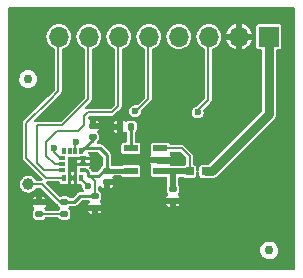
<source format=gtl>
G04 #@! TF.GenerationSoftware,KiCad,Pcbnew,(6.0.5)*
G04 #@! TF.CreationDate,2023-01-28T11:09:10-05:00*
G04 #@! TF.ProjectId,IMU Breakout,494d5520-4272-4656-916b-6f75742e6b69,rev?*
G04 #@! TF.SameCoordinates,Original*
G04 #@! TF.FileFunction,Copper,L1,Top*
G04 #@! TF.FilePolarity,Positive*
%FSLAX46Y46*%
G04 Gerber Fmt 4.6, Leading zero omitted, Abs format (unit mm)*
G04 Created by KiCad (PCBNEW (6.0.5)) date 2023-01-28 11:09:10*
%MOMM*%
%LPD*%
G01*
G04 APERTURE LIST*
G04 Aperture macros list*
%AMRoundRect*
0 Rectangle with rounded corners*
0 $1 Rounding radius*
0 $2 $3 $4 $5 $6 $7 $8 $9 X,Y pos of 4 corners*
0 Add a 4 corners polygon primitive as box body*
4,1,4,$2,$3,$4,$5,$6,$7,$8,$9,$2,$3,0*
0 Add four circle primitives for the rounded corners*
1,1,$1+$1,$2,$3*
1,1,$1+$1,$4,$5*
1,1,$1+$1,$6,$7*
1,1,$1+$1,$8,$9*
0 Add four rect primitives between the rounded corners*
20,1,$1+$1,$2,$3,$4,$5,0*
20,1,$1+$1,$4,$5,$6,$7,0*
20,1,$1+$1,$6,$7,$8,$9,0*
20,1,$1+$1,$8,$9,$2,$3,0*%
G04 Aperture macros list end*
G04 #@! TA.AperFunction,SMDPad,CuDef*
%ADD10C,1.000000*%
G04 #@! TD*
G04 #@! TA.AperFunction,ComponentPad*
%ADD11R,1.700000X1.700000*%
G04 #@! TD*
G04 #@! TA.AperFunction,ComponentPad*
%ADD12O,1.700000X1.700000*%
G04 #@! TD*
G04 #@! TA.AperFunction,SMDPad,CuDef*
%ADD13C,0.750000*%
G04 #@! TD*
G04 #@! TA.AperFunction,SMDPad,CuDef*
%ADD14RoundRect,0.140000X-0.170000X0.140000X-0.170000X-0.140000X0.170000X-0.140000X0.170000X0.140000X0*%
G04 #@! TD*
G04 #@! TA.AperFunction,SMDPad,CuDef*
%ADD15RoundRect,0.140000X0.170000X-0.140000X0.170000X0.140000X-0.170000X0.140000X-0.170000X-0.140000X0*%
G04 #@! TD*
G04 #@! TA.AperFunction,SMDPad,CuDef*
%ADD16R,1.200000X0.600000*%
G04 #@! TD*
G04 #@! TA.AperFunction,SMDPad,CuDef*
%ADD17R,0.650000X0.700000*%
G04 #@! TD*
G04 #@! TA.AperFunction,SMDPad,CuDef*
%ADD18R,0.300000X0.600000*%
G04 #@! TD*
G04 #@! TA.AperFunction,SMDPad,CuDef*
%ADD19R,0.600000X0.300000*%
G04 #@! TD*
G04 #@! TA.AperFunction,SMDPad,CuDef*
%ADD20RoundRect,0.135000X-0.185000X0.135000X-0.185000X-0.135000X0.185000X-0.135000X0.185000X0.135000X0*%
G04 #@! TD*
G04 #@! TA.AperFunction,SMDPad,CuDef*
%ADD21RoundRect,0.147500X-0.172500X0.147500X-0.172500X-0.147500X0.172500X-0.147500X0.172500X0.147500X0*%
G04 #@! TD*
G04 #@! TA.AperFunction,SMDPad,CuDef*
%ADD22RoundRect,0.140000X0.140000X0.170000X-0.140000X0.170000X-0.140000X-0.170000X0.140000X-0.170000X0*%
G04 #@! TD*
G04 #@! TA.AperFunction,ViaPad*
%ADD23C,0.600000*%
G04 #@! TD*
G04 #@! TA.AperFunction,Conductor*
%ADD24C,0.152400*%
G04 #@! TD*
G04 #@! TA.AperFunction,Conductor*
%ADD25C,0.762000*%
G04 #@! TD*
G04 #@! TA.AperFunction,Conductor*
%ADD26C,0.254000*%
G04 #@! TD*
G04 #@! TA.AperFunction,Conductor*
%ADD27C,0.508000*%
G04 #@! TD*
G04 #@! TA.AperFunction,Conductor*
%ADD28C,0.381000*%
G04 #@! TD*
G04 APERTURE END LIST*
D10*
X121657580Y-93883820D03*
D11*
X142032580Y-81383820D03*
D12*
X139492580Y-81383820D03*
X136952580Y-81383820D03*
X134412580Y-81383820D03*
X131872580Y-81383820D03*
X129332580Y-81383820D03*
X126792580Y-81383820D03*
X124252580Y-81383820D03*
D13*
X142057580Y-99483820D03*
D14*
X133905078Y-94301321D03*
X133905078Y-95261321D03*
X128305078Y-92741321D03*
X128305078Y-93701321D03*
D15*
X127105078Y-89881321D03*
X127105078Y-88921321D03*
D16*
X132855078Y-92751321D03*
X132855078Y-91801321D03*
X132855078Y-90851321D03*
X130355078Y-90851321D03*
X130355078Y-92751321D03*
D17*
X136680078Y-92801321D03*
X135330078Y-92801321D03*
D18*
X124655078Y-93351321D03*
X125155078Y-93351321D03*
X125655078Y-93351321D03*
X126155078Y-93351321D03*
D19*
X126305078Y-92701321D03*
X126305078Y-92201321D03*
X126305078Y-91701321D03*
D18*
X126155078Y-91051321D03*
X125655078Y-91051321D03*
X125155078Y-91051321D03*
X124655078Y-91051321D03*
D19*
X124505078Y-91701321D03*
X124505078Y-92201321D03*
X124505078Y-92701321D03*
D14*
X127305078Y-94901321D03*
X127305078Y-95861321D03*
D20*
X124705078Y-95391321D03*
X124705078Y-96411321D03*
D21*
X122605078Y-95416321D03*
X122605078Y-96386321D03*
D22*
X130365078Y-89001321D03*
X129405078Y-89001321D03*
D13*
X121657580Y-84983820D03*
D23*
X135457580Y-86683820D03*
X135457580Y-85583820D03*
X135457580Y-84483820D03*
X143457580Y-86083820D03*
X143457580Y-87183820D03*
X143457580Y-84983820D03*
X143457580Y-83883820D03*
X120757580Y-88983820D03*
X120757580Y-90083820D03*
X120757580Y-87883820D03*
X120757580Y-86783820D03*
X125557580Y-85683820D03*
X125557580Y-86783820D03*
X125557580Y-84583820D03*
X125557580Y-83483820D03*
X127757580Y-85583820D03*
X127757580Y-86683820D03*
X127757580Y-84483820D03*
X127757580Y-83383820D03*
X130357580Y-85683820D03*
X130357580Y-86783820D03*
X130357580Y-84583820D03*
X130357580Y-83483820D03*
X133057580Y-85483820D03*
X133057580Y-86583820D03*
X133057580Y-84383820D03*
X133057580Y-83283820D03*
X122057580Y-81883820D03*
X120757580Y-81883820D03*
X120757580Y-82983820D03*
X122057580Y-82983820D03*
X122057580Y-79683820D03*
X120757580Y-80783820D03*
X120757580Y-79683820D03*
X122057580Y-80783820D03*
X124957580Y-98383820D03*
X124957580Y-99683820D03*
X126057580Y-99683820D03*
X126057580Y-98383820D03*
X122757580Y-98383820D03*
X123857580Y-99683820D03*
X122757580Y-99683820D03*
X123857580Y-98383820D03*
X142857580Y-92183820D03*
X141557580Y-92183820D03*
X141557580Y-93283820D03*
X142857580Y-93283820D03*
X142857580Y-89983820D03*
X141557580Y-91083820D03*
X141557580Y-89983820D03*
X142857580Y-91083820D03*
X138057582Y-83983809D03*
X140857580Y-86183820D03*
X139557580Y-86183820D03*
X139557580Y-87283820D03*
X138057582Y-87283809D03*
X138057582Y-86183809D03*
X140857580Y-87283820D03*
X140857580Y-83983820D03*
X139557580Y-85083820D03*
X139557580Y-83983820D03*
X138057582Y-85083809D03*
X140857580Y-85083820D03*
X129257582Y-96283809D03*
X132057580Y-98483820D03*
X130757580Y-98483820D03*
X130757580Y-99583820D03*
X129257582Y-99583809D03*
X129257582Y-98483809D03*
X132057580Y-99583820D03*
X132057580Y-96283820D03*
X130757580Y-97383820D03*
X130757580Y-96283820D03*
X129257582Y-97383809D03*
X132057580Y-97383820D03*
X135757582Y-94683809D03*
X138557580Y-96883820D03*
X137257580Y-96883820D03*
X137257580Y-97983820D03*
X135757582Y-97983809D03*
X135757582Y-96883809D03*
X138557580Y-97983820D03*
X138557580Y-94683820D03*
X137257580Y-95783820D03*
X137257580Y-94683820D03*
X135757582Y-95783809D03*
X138557580Y-95783820D03*
X139857582Y-96883809D03*
X142657580Y-96883820D03*
X141357580Y-97983820D03*
X141357580Y-96883820D03*
X139857582Y-97983809D03*
X142657580Y-97983820D03*
X139857582Y-95783809D03*
X142657580Y-95783820D03*
X141357580Y-95783820D03*
X142657580Y-94683820D03*
X141357580Y-94683820D03*
X139857582Y-94683809D03*
X127205078Y-92401321D03*
X128205090Y-89001316D03*
X127205067Y-91701321D03*
X125105078Y-94201321D03*
X127305078Y-96901321D03*
X133905078Y-96201327D03*
X121505078Y-95401321D03*
X134405078Y-91501321D03*
X125805078Y-94201321D03*
X128305078Y-94801321D03*
X125705078Y-90301321D03*
X126705068Y-94001331D03*
X136005075Y-87801318D03*
X123805074Y-90801312D03*
X130705085Y-87701318D03*
D24*
X124365081Y-95391321D02*
X124705078Y-95391321D01*
X121657580Y-93883820D02*
X122857580Y-93883820D01*
X122857580Y-93883820D02*
X124365081Y-95391321D01*
D25*
X142032580Y-87973819D02*
X142032580Y-81383820D01*
X137205078Y-92801321D02*
X142032580Y-87973819D01*
X136680078Y-92801321D02*
X137205078Y-92801321D01*
D26*
X126305069Y-91701310D02*
X127205067Y-91701310D01*
D27*
X132680073Y-91901321D02*
X134005078Y-91901321D01*
D24*
X125155078Y-94151321D02*
X125105078Y-94201321D01*
X125155078Y-93351321D02*
X125155078Y-94151321D01*
X127105078Y-88921321D02*
X128125095Y-88921321D01*
X128125095Y-88921321D02*
X128205090Y-89001316D01*
X129405078Y-89001321D02*
X128205095Y-89001321D01*
X125655078Y-94051321D02*
X125805078Y-94201321D01*
X128205095Y-89001321D02*
X128205090Y-89001316D01*
X125655078Y-93351321D02*
X125655078Y-94051321D01*
D26*
X127305067Y-95861322D02*
X127305067Y-96901325D01*
D28*
X128305090Y-93701332D02*
X128305090Y-94801329D01*
D26*
X127005067Y-92201309D02*
X127205067Y-92401309D01*
D24*
X122590078Y-95401321D02*
X122605078Y-95416321D01*
D27*
X133905079Y-95261323D02*
X133905079Y-96201327D01*
X134005078Y-91901321D02*
X134405078Y-91501321D01*
D24*
X121505078Y-95401321D02*
X122590078Y-95401321D01*
D26*
X126305069Y-92201309D02*
X127005067Y-92201309D01*
D24*
X128305078Y-92741321D02*
X128065078Y-92741321D01*
D26*
X128305090Y-91401333D02*
X127705078Y-90801321D01*
X127105067Y-90101313D02*
X126155082Y-91051324D01*
X126040083Y-94901309D02*
X127305079Y-94901309D01*
X126705068Y-93201333D02*
X126905090Y-93201333D01*
D24*
X127305067Y-93601332D02*
X126905093Y-93201333D01*
X127305067Y-94901329D02*
X127305067Y-93601332D01*
X126462100Y-92701321D02*
X126305078Y-92701321D01*
D26*
X126563700Y-92701321D02*
X126705068Y-92842689D01*
X126705068Y-92842689D02*
X126705068Y-93201333D01*
X125550066Y-95391326D02*
X126040083Y-94901309D01*
X126405078Y-90801321D02*
X126155078Y-91051321D01*
D28*
X130355073Y-92751321D02*
X128315072Y-92751321D01*
D26*
X127605066Y-93201333D02*
X127205067Y-93201333D01*
X128305090Y-92741313D02*
X128305090Y-91401333D01*
X128065085Y-92741313D02*
X127605066Y-93201333D01*
D24*
X128315078Y-92751321D02*
X128305078Y-92741321D01*
D26*
X124705085Y-95391326D02*
X125550066Y-95391326D01*
D24*
X127105078Y-89881321D02*
X127105078Y-90101321D01*
D26*
X126305078Y-92701321D02*
X126563700Y-92701321D01*
X126905090Y-93201333D02*
X127205067Y-93201333D01*
X127705078Y-90801321D02*
X126405078Y-90801321D01*
X130355073Y-89071318D02*
X130355073Y-90851325D01*
D24*
X125655078Y-91051321D02*
X125655078Y-90351321D01*
X125655078Y-90351321D02*
X125705078Y-90301321D01*
X136907580Y-86733820D02*
X136005075Y-87636325D01*
X136005075Y-87636325D02*
X136005075Y-87801318D01*
X126155078Y-93351321D02*
X126155078Y-93451341D01*
X136907580Y-81548820D02*
X136907580Y-86733820D01*
X126155078Y-93451341D02*
X126705068Y-94001331D01*
X121505078Y-88701321D02*
X123490080Y-86716320D01*
X124207580Y-85998820D02*
X124207580Y-81548820D01*
X123490080Y-86716320D02*
X124207580Y-85998820D01*
X123188784Y-93351321D02*
X121505078Y-91667615D01*
X121505078Y-91667615D02*
X121505078Y-88701321D01*
X124655078Y-93351321D02*
X123188784Y-93351321D01*
X122405078Y-88901321D02*
X122405078Y-92101321D01*
X122405078Y-92101321D02*
X123005078Y-92701321D01*
X123005078Y-92701321D02*
X124505078Y-92701321D01*
X124540079Y-88901321D02*
X126747580Y-86693820D01*
X124540079Y-88901321D02*
X122405078Y-88901321D01*
X126747580Y-86693820D02*
X126747580Y-81548820D01*
X123205078Y-91501321D02*
X123205078Y-90301321D01*
X123205078Y-90301321D02*
X124105078Y-89401321D01*
X129287580Y-87253820D02*
X128740079Y-87801321D01*
X126705078Y-87801321D02*
X128640079Y-87801321D01*
X129287580Y-81548820D02*
X129287580Y-87253820D01*
X126405078Y-88101321D02*
X126705078Y-87801321D01*
X126405078Y-88901321D02*
X126405078Y-88101321D01*
X124505078Y-92201321D02*
X123905078Y-92201321D01*
X128740079Y-87801321D02*
X128640079Y-87801321D01*
X124105078Y-89401321D02*
X125905078Y-89401321D01*
X123905078Y-92201321D02*
X123205078Y-91501321D01*
X125905078Y-89401321D02*
X126405078Y-88901321D01*
X130780082Y-87701318D02*
X130705085Y-87701318D01*
X123805074Y-91151317D02*
X124355078Y-91701321D01*
X131827580Y-81548820D02*
X131827580Y-86653820D01*
X123805074Y-90801312D02*
X123805074Y-91151317D01*
X131827580Y-86653820D02*
X130780082Y-87701318D01*
X124355078Y-91701321D02*
X124505078Y-91701321D01*
D27*
X133905090Y-94301309D02*
X133905078Y-94301321D01*
D24*
X135330078Y-91526321D02*
X134655078Y-90851321D01*
D27*
X133905090Y-92801333D02*
X132905081Y-92801333D01*
X135330070Y-92801333D02*
X133905090Y-92801333D01*
X133905090Y-92801333D02*
X133905090Y-94301309D01*
D24*
X132855078Y-90851321D02*
X134655078Y-90851321D01*
X132905078Y-92801321D02*
X132855078Y-92751321D01*
X135330078Y-92801321D02*
X135330078Y-91526321D01*
X122605078Y-96386321D02*
X124680078Y-96386321D01*
X124680078Y-96386321D02*
X124705078Y-96411321D01*
G04 #@! TA.AperFunction,Conductor*
G36*
X144199201Y-78904322D02*
G01*
X144245694Y-78957978D01*
X144257080Y-79010320D01*
X144257080Y-101057320D01*
X144237078Y-101125441D01*
X144183422Y-101171934D01*
X144131080Y-101183320D01*
X120084080Y-101183320D01*
X120015959Y-101163318D01*
X119969466Y-101109662D01*
X119958080Y-101057320D01*
X119958080Y-99473275D01*
X141302405Y-99473275D01*
X141303092Y-99480282D01*
X141303092Y-99480285D01*
X141305891Y-99508830D01*
X141318835Y-99640845D01*
X141371982Y-99800611D01*
X141459204Y-99944632D01*
X141464093Y-99949695D01*
X141464094Y-99949696D01*
X141535405Y-100023540D01*
X141576166Y-100065749D01*
X141582063Y-100069608D01*
X141711157Y-100154086D01*
X141711161Y-100154088D01*
X141717055Y-100157945D01*
X141874869Y-100216635D01*
X141881850Y-100217566D01*
X141881852Y-100217567D01*
X141927392Y-100223643D01*
X142041763Y-100238903D01*
X142048774Y-100238265D01*
X142048778Y-100238265D01*
X142202423Y-100224282D01*
X142209444Y-100223643D01*
X142216146Y-100221465D01*
X142216148Y-100221465D01*
X142362878Y-100173790D01*
X142362881Y-100173789D01*
X142369577Y-100171613D01*
X142514203Y-100085398D01*
X142519297Y-100080547D01*
X142519301Y-100080544D01*
X142631034Y-99974142D01*
X142631035Y-99974140D01*
X142636134Y-99969285D01*
X142652514Y-99944632D01*
X142725416Y-99834905D01*
X142729311Y-99829043D01*
X142789101Y-99671643D01*
X142812535Y-99504908D01*
X142812829Y-99483820D01*
X142794061Y-99316496D01*
X142738688Y-99157488D01*
X142649464Y-99014699D01*
X142641303Y-99006481D01*
X142535785Y-98900223D01*
X142535781Y-98900220D01*
X142530822Y-98895226D01*
X142388659Y-98805007D01*
X142230042Y-98748526D01*
X142223054Y-98747693D01*
X142223051Y-98747692D01*
X142129880Y-98736582D01*
X142062853Y-98728589D01*
X142055850Y-98729325D01*
X142055849Y-98729325D01*
X142010292Y-98734113D01*
X141895401Y-98746189D01*
X141888735Y-98748458D01*
X141888732Y-98748459D01*
X141742678Y-98798180D01*
X141742675Y-98798181D01*
X141736011Y-98800450D01*
X141730016Y-98804138D01*
X141730012Y-98804140D01*
X141598601Y-98884985D01*
X141598599Y-98884987D01*
X141592602Y-98888676D01*
X141472304Y-99006481D01*
X141381095Y-99148010D01*
X141323507Y-99306229D01*
X141302405Y-99473275D01*
X119958080Y-99473275D01*
X119958080Y-95147571D01*
X122046181Y-95147571D01*
X122047543Y-95158110D01*
X122061515Y-95162321D01*
X122332963Y-95162321D01*
X122348202Y-95157846D01*
X122349407Y-95156456D01*
X122351078Y-95148773D01*
X122351078Y-95144206D01*
X122859078Y-95144206D01*
X122863553Y-95159445D01*
X122864943Y-95160650D01*
X122872626Y-95162321D01*
X123149100Y-95162321D01*
X123162336Y-95158435D01*
X123163865Y-95147232D01*
X123159686Y-95134369D01*
X123110947Y-95038715D01*
X123099436Y-95022872D01*
X123023527Y-94946963D01*
X123007684Y-94935452D01*
X122912033Y-94886715D01*
X122893396Y-94880660D01*
X122876972Y-94878058D01*
X122863290Y-94879826D01*
X122859078Y-94893800D01*
X122859078Y-95144206D01*
X122351078Y-95144206D01*
X122351078Y-94893339D01*
X122347192Y-94880104D01*
X122332729Y-94878130D01*
X122316760Y-94880660D01*
X122298123Y-94886715D01*
X122202472Y-94935452D01*
X122186629Y-94946963D01*
X122110720Y-95022872D01*
X122099209Y-95038715D01*
X122050470Y-95134369D01*
X122046181Y-95147571D01*
X119958080Y-95147571D01*
X119958080Y-93876431D01*
X120951974Y-93876431D01*
X120970579Y-94044955D01*
X120981739Y-94075450D01*
X121015808Y-94168547D01*
X121028846Y-94204176D01*
X121033082Y-94210479D01*
X121033082Y-94210480D01*
X121042182Y-94224022D01*
X121123410Y-94344903D01*
X121129022Y-94350010D01*
X121129025Y-94350013D01*
X121243192Y-94453897D01*
X121243196Y-94453900D01*
X121248813Y-94459011D01*
X121255486Y-94462634D01*
X121255490Y-94462637D01*
X121391138Y-94536287D01*
X121391140Y-94536288D01*
X121397815Y-94539912D01*
X121405164Y-94541840D01*
X121554463Y-94581008D01*
X121554465Y-94581008D01*
X121561813Y-94582936D01*
X121648189Y-94584293D01*
X121723741Y-94585480D01*
X121723744Y-94585480D01*
X121731340Y-94585599D01*
X121738745Y-94583903D01*
X121738746Y-94583903D01*
X121829992Y-94563005D01*
X121896609Y-94547748D01*
X122048078Y-94471567D01*
X122177003Y-94361454D01*
X122275941Y-94223767D01*
X122276010Y-94223594D01*
X122324113Y-94175763D01*
X122384186Y-94160520D01*
X122690777Y-94160520D01*
X122758898Y-94180522D01*
X122779872Y-94197425D01*
X124135625Y-95553178D01*
X124136888Y-95554641D01*
X124139094Y-95559154D01*
X124167028Y-95585067D01*
X124195530Y-95624189D01*
X124236351Y-95711730D01*
X124236355Y-95711735D01*
X124241013Y-95721725D01*
X124324674Y-95805386D01*
X124323986Y-95806074D01*
X124361947Y-95853568D01*
X124369255Y-95924188D01*
X124337222Y-95987547D01*
X124327582Y-95995900D01*
X124324674Y-95997256D01*
X124249214Y-96072716D01*
X124186902Y-96106742D01*
X124160119Y-96109621D01*
X123180356Y-96109621D01*
X123112235Y-96089619D01*
X123076898Y-96049970D01*
X123075101Y-96051256D01*
X123069040Y-96042789D01*
X123064450Y-96033441D01*
X123057081Y-96026085D01*
X123051016Y-96017613D01*
X123052760Y-96016365D01*
X123025198Y-95966005D01*
X123030195Y-95895185D01*
X123059198Y-95850008D01*
X123099436Y-95809770D01*
X123110947Y-95793927D01*
X123159686Y-95698273D01*
X123163975Y-95685071D01*
X123162613Y-95674532D01*
X123148641Y-95670321D01*
X122061056Y-95670321D01*
X122047820Y-95674207D01*
X122046291Y-95685410D01*
X122050470Y-95698273D01*
X122099209Y-95793927D01*
X122110720Y-95809770D01*
X122151019Y-95850069D01*
X122185045Y-95912381D01*
X122179980Y-95983196D01*
X122157947Y-96017516D01*
X122158754Y-96018092D01*
X122152706Y-96026572D01*
X122145348Y-96033942D01*
X122094470Y-96138027D01*
X122093058Y-96147706D01*
X122085764Y-96197707D01*
X122084578Y-96205835D01*
X122084578Y-96566807D01*
X122094647Y-96635205D01*
X122145706Y-96739201D01*
X122153075Y-96746557D01*
X122219959Y-96813324D01*
X122227699Y-96821051D01*
X122237055Y-96825624D01*
X122237056Y-96825625D01*
X122268637Y-96841062D01*
X122331784Y-96871929D01*
X122341463Y-96873341D01*
X122395065Y-96881161D01*
X122395071Y-96881161D01*
X122399592Y-96881821D01*
X122810564Y-96881821D01*
X122815114Y-96881151D01*
X122815117Y-96881151D01*
X122838520Y-96877706D01*
X122878962Y-96871752D01*
X122982958Y-96820693D01*
X123064808Y-96738700D01*
X123069380Y-96729347D01*
X123075430Y-96720865D01*
X123077576Y-96722395D01*
X123115137Y-96681275D01*
X123180458Y-96663021D01*
X124124042Y-96663021D01*
X124192163Y-96683023D01*
X124228041Y-96724097D01*
X124230031Y-96722704D01*
X124236353Y-96731732D01*
X124241013Y-96741725D01*
X124324674Y-96825386D01*
X124334666Y-96830046D01*
X124334667Y-96830046D01*
X124414848Y-96867435D01*
X124431905Y-96875389D01*
X124472965Y-96880795D01*
X124475749Y-96881161D01*
X124480762Y-96881821D01*
X124929394Y-96881821D01*
X124934408Y-96881161D01*
X124937191Y-96880795D01*
X124978251Y-96875389D01*
X124995309Y-96867435D01*
X125075489Y-96830046D01*
X125075490Y-96830046D01*
X125085482Y-96825386D01*
X125169143Y-96741725D01*
X125178870Y-96720865D01*
X125215072Y-96643231D01*
X125215072Y-96643230D01*
X125219146Y-96634494D01*
X125225578Y-96585637D01*
X125225578Y-96237005D01*
X125219146Y-96188148D01*
X125200288Y-96147706D01*
X125190565Y-96126855D01*
X126758058Y-96126855D01*
X126760193Y-96133428D01*
X126807852Y-96226963D01*
X126819363Y-96242806D01*
X126893593Y-96317036D01*
X126909436Y-96328547D01*
X127002975Y-96376207D01*
X127021600Y-96382259D01*
X127033186Y-96384094D01*
X127046867Y-96382326D01*
X127050940Y-96368812D01*
X127559078Y-96368812D01*
X127562965Y-96382048D01*
X127577423Y-96384022D01*
X127588551Y-96382259D01*
X127607185Y-96376206D01*
X127700720Y-96328547D01*
X127716563Y-96317036D01*
X127790793Y-96242806D01*
X127802304Y-96226963D01*
X127849963Y-96133428D01*
X127852227Y-96126459D01*
X127851331Y-96119532D01*
X127837359Y-96115321D01*
X127577193Y-96115321D01*
X127561954Y-96119796D01*
X127560749Y-96121186D01*
X127559078Y-96128869D01*
X127559078Y-96368812D01*
X127050940Y-96368812D01*
X127051078Y-96368354D01*
X127051078Y-96133436D01*
X127046603Y-96118197D01*
X127045213Y-96116992D01*
X127037530Y-96115321D01*
X126772338Y-96115321D01*
X126759102Y-96119208D01*
X126758058Y-96126855D01*
X125190565Y-96126855D01*
X125173803Y-96090910D01*
X125173803Y-96090909D01*
X125169143Y-96080917D01*
X125085482Y-95997256D01*
X125086170Y-95996568D01*
X125048209Y-95949074D01*
X125040901Y-95878454D01*
X125072934Y-95815095D01*
X125082574Y-95806742D01*
X125085482Y-95805386D01*
X125135137Y-95755731D01*
X125197449Y-95721705D01*
X125224232Y-95718826D01*
X125530272Y-95718826D01*
X125541255Y-95719306D01*
X125568065Y-95721652D01*
X125568066Y-95721652D01*
X125579050Y-95722613D01*
X125615710Y-95712790D01*
X125626433Y-95710413D01*
X125628756Y-95710003D01*
X125663805Y-95703823D01*
X125673351Y-95698312D01*
X125676719Y-95697086D01*
X125679965Y-95695572D01*
X125690609Y-95692720D01*
X125721701Y-95670949D01*
X125730960Y-95665051D01*
X125754277Y-95651589D01*
X125763826Y-95646076D01*
X125788221Y-95617003D01*
X125795647Y-95608899D01*
X126138834Y-95265713D01*
X126201146Y-95231688D01*
X126227929Y-95228809D01*
X126766200Y-95228809D01*
X126834321Y-95248811D01*
X126880814Y-95302467D01*
X126890918Y-95372741D01*
X126861424Y-95437321D01*
X126855295Y-95443904D01*
X126819363Y-95479836D01*
X126807852Y-95495679D01*
X126760193Y-95589214D01*
X126757929Y-95596183D01*
X126758825Y-95603110D01*
X126772797Y-95607321D01*
X127837818Y-95607321D01*
X127851054Y-95603434D01*
X127852098Y-95595787D01*
X127849963Y-95589214D01*
X127818189Y-95526855D01*
X133358058Y-95526855D01*
X133360193Y-95533428D01*
X133407852Y-95626963D01*
X133419363Y-95642806D01*
X133493593Y-95717036D01*
X133509436Y-95728547D01*
X133602975Y-95776207D01*
X133621600Y-95782259D01*
X133633186Y-95784094D01*
X133646867Y-95782326D01*
X133650940Y-95768812D01*
X134159078Y-95768812D01*
X134162965Y-95782048D01*
X134177423Y-95784022D01*
X134188551Y-95782259D01*
X134207185Y-95776206D01*
X134300720Y-95728547D01*
X134316563Y-95717036D01*
X134390793Y-95642806D01*
X134402304Y-95626963D01*
X134449963Y-95533428D01*
X134452227Y-95526459D01*
X134451331Y-95519532D01*
X134437359Y-95515321D01*
X134177193Y-95515321D01*
X134161954Y-95519796D01*
X134160749Y-95521186D01*
X134159078Y-95528869D01*
X134159078Y-95768812D01*
X133650940Y-95768812D01*
X133651078Y-95768354D01*
X133651078Y-95533436D01*
X133646603Y-95518197D01*
X133645213Y-95516992D01*
X133637530Y-95515321D01*
X133372338Y-95515321D01*
X133359102Y-95519208D01*
X133358058Y-95526855D01*
X127818189Y-95526855D01*
X127802304Y-95495679D01*
X127790793Y-95479836D01*
X127743543Y-95432586D01*
X127709517Y-95370274D01*
X127714582Y-95299459D01*
X127743543Y-95254396D01*
X127758302Y-95239637D01*
X127795135Y-95160650D01*
X127804976Y-95139545D01*
X127804976Y-95139544D01*
X127809050Y-95130808D01*
X127815578Y-95081222D01*
X127815577Y-94721421D01*
X127809050Y-94671834D01*
X127800919Y-94654396D01*
X127762962Y-94572998D01*
X127762961Y-94572997D01*
X127758302Y-94563005D01*
X127673394Y-94478097D01*
X127654516Y-94469294D01*
X127601232Y-94422377D01*
X127581767Y-94355100D01*
X127581767Y-94143571D01*
X127601769Y-94075450D01*
X127655425Y-94028957D01*
X127725699Y-94018853D01*
X127790279Y-94048347D01*
X127809701Y-94069507D01*
X127819366Y-94082809D01*
X127893593Y-94157036D01*
X127909436Y-94168547D01*
X128002975Y-94216207D01*
X128021600Y-94222259D01*
X128033186Y-94224094D01*
X128046867Y-94222326D01*
X128050940Y-94208812D01*
X128559078Y-94208812D01*
X128562965Y-94222048D01*
X128577423Y-94224022D01*
X128588551Y-94222259D01*
X128607185Y-94216206D01*
X128700720Y-94168547D01*
X128716563Y-94157036D01*
X128790793Y-94082806D01*
X128802304Y-94066963D01*
X128849963Y-93973428D01*
X128852227Y-93966459D01*
X128851331Y-93959532D01*
X128837359Y-93955321D01*
X128577193Y-93955321D01*
X128561954Y-93959796D01*
X128560749Y-93961186D01*
X128559078Y-93968869D01*
X128559078Y-94208812D01*
X128050940Y-94208812D01*
X128051078Y-94208354D01*
X128051078Y-93573321D01*
X128071080Y-93505200D01*
X128124736Y-93458707D01*
X128177078Y-93447321D01*
X128837818Y-93447321D01*
X128851054Y-93443434D01*
X128852098Y-93435787D01*
X128849963Y-93429214D01*
X128797804Y-93326847D01*
X128801041Y-93325198D01*
X128783315Y-93275501D01*
X128799403Y-93206351D01*
X128850322Y-93156876D01*
X128909110Y-93142321D01*
X129508206Y-93142321D01*
X129576327Y-93162323D01*
X129597301Y-93179226D01*
X129603635Y-93185560D01*
X129610526Y-93195873D01*
X129676847Y-93240188D01*
X129689016Y-93242609D01*
X129689017Y-93242609D01*
X129729262Y-93250614D01*
X129735330Y-93251821D01*
X130974826Y-93251821D01*
X130980894Y-93250614D01*
X131021139Y-93242609D01*
X131021140Y-93242609D01*
X131033309Y-93240188D01*
X131099630Y-93195873D01*
X131143945Y-93129552D01*
X131155578Y-93071069D01*
X131155578Y-92431573D01*
X131150217Y-92404619D01*
X131146366Y-92385260D01*
X131146366Y-92385259D01*
X131143945Y-92373090D01*
X131099630Y-92306769D01*
X131033309Y-92262454D01*
X131021140Y-92260033D01*
X131021139Y-92260033D01*
X130980894Y-92252028D01*
X130974826Y-92250821D01*
X129735330Y-92250821D01*
X129729262Y-92252028D01*
X129689017Y-92260033D01*
X129689016Y-92260033D01*
X129676847Y-92262454D01*
X129610526Y-92306769D01*
X129603635Y-92317082D01*
X129597301Y-92323416D01*
X129534989Y-92357442D01*
X129508206Y-92360321D01*
X128767808Y-92360321D01*
X128699687Y-92340319D01*
X128678713Y-92323416D01*
X128673394Y-92318097D01*
X128675518Y-92315973D01*
X128641992Y-92274030D01*
X128632590Y-92226272D01*
X128632590Y-91529206D01*
X132001078Y-91529206D01*
X132005553Y-91544445D01*
X132006943Y-91545650D01*
X132014626Y-91547321D01*
X133690962Y-91547321D01*
X133706201Y-91542846D01*
X133707406Y-91541456D01*
X133709077Y-91533773D01*
X133709077Y-91482493D01*
X133707869Y-91470233D01*
X133696763Y-91414390D01*
X133687444Y-91391891D01*
X133654880Y-91343156D01*
X133633665Y-91275404D01*
X133641733Y-91232862D01*
X133643945Y-91229552D01*
X133646366Y-91217382D01*
X133651115Y-91205916D01*
X133655378Y-91207682D01*
X133676666Y-91166747D01*
X133738276Y-91131468D01*
X133767546Y-91128021D01*
X134488274Y-91128021D01*
X134556395Y-91148023D01*
X134577369Y-91164925D01*
X135016473Y-91604028D01*
X135050498Y-91666341D01*
X135053378Y-91693124D01*
X135053378Y-92133880D01*
X135033376Y-92202001D01*
X134979720Y-92248494D01*
X134951959Y-92257459D01*
X134939017Y-92260033D01*
X134939016Y-92260033D01*
X134926847Y-92262454D01*
X134860526Y-92306769D01*
X134857051Y-92311969D01*
X134798481Y-92343953D01*
X134771695Y-92346833D01*
X133971600Y-92346833D01*
X133959759Y-92345478D01*
X133959719Y-92345982D01*
X133950328Y-92345243D01*
X133941152Y-92343116D01*
X133931756Y-92343781D01*
X133931753Y-92343781D01*
X133893100Y-92346518D01*
X133884202Y-92346833D01*
X133818750Y-92346833D01*
X133750629Y-92326831D01*
X133704136Y-92273175D01*
X133695171Y-92196251D01*
X133707871Y-92132404D01*
X133709078Y-92120151D01*
X133709078Y-92073436D01*
X133704603Y-92058197D01*
X133703213Y-92056992D01*
X133695530Y-92055321D01*
X132019194Y-92055321D01*
X132003955Y-92059796D01*
X132002750Y-92061186D01*
X132001079Y-92068869D01*
X132001079Y-92120149D01*
X132002287Y-92132409D01*
X132013393Y-92188252D01*
X132022712Y-92210751D01*
X132055276Y-92259486D01*
X132076491Y-92327238D01*
X132068423Y-92369780D01*
X132066211Y-92373090D01*
X132063790Y-92385259D01*
X132063790Y-92385260D01*
X132059939Y-92404619D01*
X132054578Y-92431573D01*
X132054578Y-93071069D01*
X132066211Y-93129552D01*
X132110526Y-93195873D01*
X132176847Y-93240188D01*
X132189016Y-93242609D01*
X132189017Y-93242609D01*
X132229262Y-93250614D01*
X132235330Y-93251821D01*
X132807389Y-93251821D01*
X132828637Y-93253872D01*
X132833178Y-93255308D01*
X132839849Y-93255833D01*
X133324590Y-93255833D01*
X133392711Y-93275835D01*
X133439204Y-93329491D01*
X133450590Y-93381833D01*
X133450590Y-93937782D01*
X133438785Y-93991031D01*
X133401106Y-94071834D01*
X133394578Y-94121420D01*
X133394579Y-94481221D01*
X133401106Y-94530808D01*
X133405179Y-94539542D01*
X133405179Y-94539543D01*
X133447194Y-94629644D01*
X133451854Y-94639637D01*
X133466613Y-94654396D01*
X133500639Y-94716708D01*
X133495574Y-94787523D01*
X133466613Y-94832586D01*
X133419363Y-94879836D01*
X133407852Y-94895679D01*
X133360193Y-94989214D01*
X133357929Y-94996183D01*
X133358825Y-95003110D01*
X133372797Y-95007321D01*
X134437818Y-95007321D01*
X134451054Y-95003434D01*
X134452098Y-94995787D01*
X134449963Y-94989214D01*
X134402304Y-94895679D01*
X134390793Y-94879836D01*
X134343543Y-94832586D01*
X134309517Y-94770274D01*
X134314582Y-94699459D01*
X134343543Y-94654396D01*
X134358302Y-94639637D01*
X134363923Y-94627584D01*
X134404976Y-94539545D01*
X134404977Y-94539543D01*
X134409050Y-94530808D01*
X134415578Y-94481222D01*
X134415577Y-94121421D01*
X134409050Y-94071834D01*
X134384345Y-94018853D01*
X134371395Y-93991083D01*
X134359590Y-93937833D01*
X134359590Y-93381833D01*
X134379592Y-93313712D01*
X134433248Y-93267219D01*
X134485590Y-93255833D01*
X134771719Y-93255833D01*
X134839840Y-93275835D01*
X134855651Y-93288576D01*
X134860526Y-93295873D01*
X134926847Y-93340188D01*
X134939016Y-93342609D01*
X134939017Y-93342609D01*
X134979262Y-93350614D01*
X134985330Y-93351821D01*
X135674826Y-93351821D01*
X135680894Y-93350614D01*
X135721139Y-93342609D01*
X135721140Y-93342609D01*
X135733309Y-93340188D01*
X135799630Y-93295873D01*
X135843945Y-93229552D01*
X135846631Y-93216052D01*
X135854371Y-93177137D01*
X135855578Y-93171069D01*
X135855578Y-92916057D01*
X135875580Y-92847936D01*
X135927560Y-92802895D01*
X136024812Y-92802895D01*
X136064090Y-92820833D01*
X136102474Y-92880559D01*
X136106500Y-92899611D01*
X136113545Y-92953123D01*
X136116705Y-92960751D01*
X136116705Y-92960752D01*
X136144987Y-93029031D01*
X136154578Y-93077249D01*
X136154578Y-93171069D01*
X136155785Y-93177137D01*
X136163526Y-93216052D01*
X136166211Y-93229552D01*
X136210526Y-93295873D01*
X136276847Y-93340188D01*
X136289016Y-93342609D01*
X136289017Y-93342609D01*
X136329262Y-93350614D01*
X136335330Y-93351821D01*
X136464506Y-93351821D01*
X136512725Y-93361413D01*
X136520643Y-93364693D01*
X136520648Y-93364694D01*
X136528276Y-93367854D01*
X136641962Y-93382821D01*
X137158704Y-93382821D01*
X137175151Y-93383899D01*
X137205078Y-93387839D01*
X137213266Y-93386761D01*
X137235006Y-93383899D01*
X137273813Y-93378790D01*
X137356880Y-93367854D01*
X137395587Y-93351821D01*
X137498337Y-93309261D01*
X137589309Y-93239456D01*
X137589312Y-93239453D01*
X137603461Y-93228596D01*
X137613263Y-93221075D01*
X137619809Y-93216052D01*
X137624832Y-93209506D01*
X137624835Y-93209503D01*
X137638187Y-93192102D01*
X137649055Y-93179710D01*
X142410968Y-88417796D01*
X142423360Y-88406928D01*
X142447311Y-88388550D01*
X142479715Y-88346320D01*
X142540520Y-88267078D01*
X142599113Y-88125621D01*
X142611499Y-88031543D01*
X142614080Y-88011935D01*
X142619098Y-87973819D01*
X142615158Y-87943891D01*
X142614080Y-87927445D01*
X142614080Y-82560320D01*
X142634082Y-82492199D01*
X142687738Y-82445706D01*
X142740080Y-82434320D01*
X142902328Y-82434320D01*
X142908396Y-82433113D01*
X142948641Y-82425108D01*
X142948642Y-82425108D01*
X142960811Y-82422687D01*
X143027132Y-82378372D01*
X143071447Y-82312051D01*
X143078250Y-82277853D01*
X143081873Y-82259636D01*
X143083080Y-82253568D01*
X143083080Y-80514072D01*
X143071447Y-80455589D01*
X143027132Y-80389268D01*
X142960811Y-80344953D01*
X142948642Y-80342532D01*
X142948641Y-80342532D01*
X142908396Y-80334527D01*
X142902328Y-80333320D01*
X141162832Y-80333320D01*
X141156764Y-80334527D01*
X141116519Y-80342532D01*
X141116518Y-80342532D01*
X141104349Y-80344953D01*
X141038028Y-80389268D01*
X140993713Y-80455589D01*
X140982080Y-80514072D01*
X140982080Y-82253568D01*
X140983287Y-82259636D01*
X140986911Y-82277853D01*
X140993713Y-82312051D01*
X141038028Y-82378372D01*
X141104349Y-82422687D01*
X141116518Y-82425108D01*
X141116519Y-82425108D01*
X141156764Y-82433113D01*
X141162832Y-82434320D01*
X141325080Y-82434320D01*
X141393201Y-82454322D01*
X141439694Y-82507978D01*
X141451080Y-82560320D01*
X141451080Y-87680764D01*
X141431078Y-87748885D01*
X141414175Y-87769859D01*
X137001117Y-92182916D01*
X136938805Y-92216942D01*
X136912022Y-92219821D01*
X136641962Y-92219821D01*
X136637876Y-92220359D01*
X136637875Y-92220359D01*
X136536464Y-92233710D01*
X136528276Y-92234788D01*
X136520648Y-92237948D01*
X136520643Y-92237949D01*
X136512725Y-92241229D01*
X136464506Y-92250821D01*
X136335330Y-92250821D01*
X136329262Y-92252028D01*
X136289017Y-92260033D01*
X136289016Y-92260033D01*
X136276847Y-92262454D01*
X136210526Y-92306769D01*
X136166211Y-92373090D01*
X136163790Y-92385259D01*
X136163790Y-92385260D01*
X136159939Y-92404619D01*
X136154578Y-92431573D01*
X136154578Y-92525393D01*
X136144987Y-92573611D01*
X136122074Y-92628929D01*
X136113545Y-92649519D01*
X136112468Y-92657703D01*
X136112467Y-92657705D01*
X136106500Y-92703031D01*
X136077778Y-92767958D01*
X136024812Y-92802895D01*
X135927560Y-92802895D01*
X135929236Y-92801443D01*
X135935724Y-92800510D01*
X135887342Y-92770225D01*
X135857083Y-92705999D01*
X135855578Y-92686585D01*
X135855578Y-92431573D01*
X135850217Y-92404619D01*
X135846366Y-92385260D01*
X135846366Y-92385259D01*
X135843945Y-92373090D01*
X135799630Y-92306769D01*
X135733309Y-92262454D01*
X135721140Y-92260033D01*
X135721139Y-92260033D01*
X135708197Y-92257459D01*
X135645287Y-92224552D01*
X135610155Y-92162857D01*
X135606778Y-92133880D01*
X135606778Y-91574121D01*
X135606919Y-91572194D01*
X135608551Y-91567442D01*
X135606867Y-91522584D01*
X135606778Y-91517858D01*
X135606778Y-91500585D01*
X135605945Y-91496113D01*
X135605774Y-91493475D01*
X135604684Y-91464436D01*
X135600092Y-91453749D01*
X135598463Y-91446519D01*
X135597498Y-91443342D01*
X135594828Y-91436423D01*
X135592698Y-91424984D01*
X135586592Y-91415078D01*
X135581169Y-91406280D01*
X135572660Y-91389900D01*
X135569839Y-91383332D01*
X135563994Y-91369728D01*
X135560300Y-91365230D01*
X135558119Y-91363049D01*
X135556055Y-91360773D01*
X135556337Y-91360517D01*
X135552554Y-91355732D01*
X135552527Y-91355756D01*
X135544714Y-91347139D01*
X135538609Y-91337236D01*
X135519092Y-91322395D01*
X135506264Y-91311194D01*
X134884534Y-90689464D01*
X134883271Y-90688001D01*
X134881065Y-90683488D01*
X134848150Y-90652955D01*
X134844745Y-90649675D01*
X134832536Y-90637466D01*
X134828786Y-90634894D01*
X134826796Y-90633146D01*
X134814024Y-90621298D01*
X134814022Y-90621297D01*
X134805494Y-90613386D01*
X134794689Y-90609075D01*
X134788416Y-90605110D01*
X134785500Y-90603553D01*
X134778715Y-90600546D01*
X134769122Y-90593965D01*
X134757806Y-90591279D01*
X134757805Y-90591279D01*
X134747746Y-90588892D01*
X134730159Y-90583329D01*
X134709754Y-90575189D01*
X134703961Y-90574621D01*
X134700876Y-90574621D01*
X134697809Y-90574471D01*
X134697828Y-90574091D01*
X134691769Y-90573382D01*
X134691767Y-90573419D01*
X134680149Y-90572851D01*
X134668828Y-90570164D01*
X134657299Y-90571733D01*
X134657298Y-90571733D01*
X134648563Y-90572922D01*
X134644911Y-90573419D01*
X134644536Y-90573470D01*
X134627545Y-90574621D01*
X133767546Y-90574621D01*
X133699425Y-90554619D01*
X133652932Y-90500963D01*
X133651516Y-90496560D01*
X133651115Y-90496726D01*
X133646366Y-90485260D01*
X133643945Y-90473090D01*
X133599630Y-90406769D01*
X133533309Y-90362454D01*
X133521140Y-90360033D01*
X133521139Y-90360033D01*
X133480894Y-90352028D01*
X133474826Y-90350821D01*
X132235330Y-90350821D01*
X132229262Y-90352028D01*
X132189017Y-90360033D01*
X132189016Y-90360033D01*
X132176847Y-90362454D01*
X132110526Y-90406769D01*
X132066211Y-90473090D01*
X132063790Y-90485259D01*
X132063790Y-90485260D01*
X132060873Y-90499927D01*
X132054578Y-90531573D01*
X132054578Y-91171069D01*
X132055785Y-91177137D01*
X132061510Y-91205916D01*
X132066211Y-91229552D01*
X132067647Y-91231701D01*
X132074509Y-91295528D01*
X132055276Y-91343156D01*
X132022711Y-91391893D01*
X132013394Y-91414387D01*
X132002285Y-91470236D01*
X132001078Y-91482491D01*
X132001078Y-91529206D01*
X128632590Y-91529206D01*
X128632590Y-91421127D01*
X128633070Y-91410144D01*
X128635416Y-91383332D01*
X128636377Y-91372349D01*
X128626554Y-91335689D01*
X128624177Y-91324966D01*
X128622813Y-91317231D01*
X128617587Y-91287594D01*
X128612076Y-91278048D01*
X128610850Y-91274680D01*
X128609336Y-91271434D01*
X128606484Y-91260790D01*
X128584718Y-91229704D01*
X128578813Y-91220435D01*
X128565353Y-91197121D01*
X128565351Y-91197119D01*
X128559840Y-91187573D01*
X128540171Y-91171069D01*
X129554578Y-91171069D01*
X129555785Y-91177137D01*
X129561510Y-91205916D01*
X129566211Y-91229552D01*
X129573104Y-91239868D01*
X129586227Y-91259508D01*
X129610526Y-91295873D01*
X129620839Y-91302764D01*
X129662172Y-91330382D01*
X129676847Y-91340188D01*
X129689016Y-91342609D01*
X129689017Y-91342609D01*
X129729262Y-91350614D01*
X129735330Y-91351821D01*
X130974826Y-91351821D01*
X130980894Y-91350614D01*
X131021139Y-91342609D01*
X131021140Y-91342609D01*
X131033309Y-91340188D01*
X131047985Y-91330382D01*
X131089317Y-91302764D01*
X131099630Y-91295873D01*
X131123929Y-91259508D01*
X131137052Y-91239868D01*
X131143945Y-91229552D01*
X131148647Y-91205916D01*
X131154371Y-91177137D01*
X131155578Y-91171069D01*
X131155578Y-90531573D01*
X131149283Y-90499927D01*
X131146366Y-90485260D01*
X131146366Y-90485259D01*
X131143945Y-90473090D01*
X131099630Y-90406769D01*
X131033309Y-90362454D01*
X131021140Y-90360033D01*
X131021139Y-90360033D01*
X130980894Y-90352028D01*
X130974826Y-90350821D01*
X130808573Y-90350821D01*
X130740452Y-90330819D01*
X130693959Y-90277163D01*
X130682573Y-90224821D01*
X130682573Y-89527556D01*
X130702575Y-89459435D01*
X130719478Y-89438461D01*
X130788302Y-89369637D01*
X130818900Y-89304021D01*
X130834976Y-89269545D01*
X130834976Y-89269544D01*
X130839050Y-89260808D01*
X130845578Y-89211222D01*
X130845577Y-88791421D01*
X130839050Y-88741834D01*
X130833266Y-88729429D01*
X130792962Y-88642998D01*
X130792961Y-88642997D01*
X130788302Y-88633005D01*
X130703394Y-88548097D01*
X130691124Y-88542375D01*
X130603302Y-88501423D01*
X130603301Y-88501423D01*
X130594565Y-88497349D01*
X130544979Y-88490821D01*
X130365144Y-88490821D01*
X130185178Y-88490822D01*
X130135591Y-88497349D01*
X130126857Y-88501422D01*
X130126856Y-88501422D01*
X130036755Y-88543437D01*
X130026762Y-88548097D01*
X130012003Y-88562856D01*
X129949691Y-88596882D01*
X129878876Y-88591817D01*
X129833813Y-88562856D01*
X129786563Y-88515606D01*
X129770720Y-88504095D01*
X129677185Y-88456436D01*
X129670216Y-88454172D01*
X129663289Y-88455068D01*
X129659078Y-88469040D01*
X129659078Y-89534061D01*
X129662965Y-89547297D01*
X129670612Y-89548341D01*
X129677185Y-89546206D01*
X129770720Y-89498547D01*
X129786563Y-89487036D01*
X129812478Y-89461121D01*
X129874790Y-89427095D01*
X129945605Y-89432160D01*
X130002441Y-89474707D01*
X130027252Y-89541227D01*
X130027573Y-89550216D01*
X130027573Y-90224821D01*
X130007571Y-90292942D01*
X129953915Y-90339435D01*
X129901573Y-90350821D01*
X129735330Y-90350821D01*
X129729262Y-90352028D01*
X129689017Y-90360033D01*
X129689016Y-90360033D01*
X129676847Y-90362454D01*
X129610526Y-90406769D01*
X129566211Y-90473090D01*
X129563790Y-90485259D01*
X129563790Y-90485260D01*
X129560873Y-90499927D01*
X129554578Y-90531573D01*
X129554578Y-91171069D01*
X128540171Y-91171069D01*
X128530772Y-91163182D01*
X128522669Y-91155757D01*
X127950659Y-90583748D01*
X127943232Y-90575643D01*
X127942439Y-90574698D01*
X127918838Y-90546571D01*
X127885973Y-90527596D01*
X127876713Y-90521698D01*
X127845621Y-90499927D01*
X127834977Y-90497075D01*
X127831731Y-90495561D01*
X127828363Y-90494335D01*
X127818817Y-90488824D01*
X127781446Y-90482234D01*
X127770722Y-90479857D01*
X127734062Y-90470034D01*
X127723078Y-90470995D01*
X127723077Y-90470995D01*
X127696267Y-90473341D01*
X127685284Y-90473821D01*
X127608308Y-90473821D01*
X127540187Y-90453819D01*
X127493694Y-90400163D01*
X127483590Y-90329889D01*
X127513084Y-90265309D01*
X127519213Y-90258726D01*
X127558302Y-90219637D01*
X127581369Y-90170171D01*
X127604976Y-90119545D01*
X127604976Y-90119544D01*
X127609050Y-90110808D01*
X127615578Y-90061222D01*
X127615577Y-89701421D01*
X127609050Y-89651834D01*
X127597611Y-89627302D01*
X127562962Y-89552998D01*
X127562961Y-89552997D01*
X127558302Y-89543005D01*
X127543543Y-89528246D01*
X127509517Y-89465934D01*
X127514582Y-89395119D01*
X127543543Y-89350056D01*
X127590793Y-89302806D01*
X127602304Y-89286963D01*
X127609079Y-89273666D01*
X128882377Y-89273666D01*
X128884140Y-89284794D01*
X128890193Y-89303428D01*
X128937852Y-89396963D01*
X128949363Y-89412806D01*
X129023593Y-89487036D01*
X129039436Y-89498547D01*
X129132971Y-89546206D01*
X129139940Y-89548470D01*
X129146867Y-89547574D01*
X129151078Y-89533602D01*
X129151078Y-89273436D01*
X129146603Y-89258197D01*
X129145213Y-89256992D01*
X129137530Y-89255321D01*
X128897587Y-89255321D01*
X128884351Y-89259208D01*
X128882377Y-89273666D01*
X127609079Y-89273666D01*
X127649963Y-89193428D01*
X127652227Y-89186459D01*
X127651331Y-89179532D01*
X127637359Y-89175321D01*
X126977078Y-89175321D01*
X126908957Y-89155319D01*
X126862464Y-89101663D01*
X126851078Y-89049321D01*
X126851078Y-88729429D01*
X128882305Y-88729429D01*
X128884073Y-88743110D01*
X128898045Y-88747321D01*
X129132963Y-88747321D01*
X129148202Y-88742846D01*
X129149407Y-88741456D01*
X129151078Y-88733773D01*
X129151078Y-88468581D01*
X129147191Y-88455345D01*
X129139544Y-88454301D01*
X129132971Y-88456436D01*
X129039436Y-88504095D01*
X129023593Y-88515606D01*
X128949363Y-88589836D01*
X128937852Y-88605679D01*
X128890192Y-88699218D01*
X128884140Y-88717843D01*
X128882305Y-88729429D01*
X126851078Y-88729429D01*
X126851078Y-88649206D01*
X127359078Y-88649206D01*
X127363553Y-88664445D01*
X127364943Y-88665650D01*
X127372626Y-88667321D01*
X127637818Y-88667321D01*
X127651054Y-88663434D01*
X127652098Y-88655787D01*
X127649963Y-88649214D01*
X127602304Y-88555679D01*
X127590793Y-88539836D01*
X127516563Y-88465606D01*
X127500720Y-88454095D01*
X127407181Y-88406435D01*
X127388556Y-88400383D01*
X127376970Y-88398548D01*
X127363289Y-88400316D01*
X127359078Y-88414288D01*
X127359078Y-88649206D01*
X126851078Y-88649206D01*
X126851078Y-88413830D01*
X126847191Y-88400594D01*
X126832733Y-88398620D01*
X126827486Y-88399451D01*
X126757075Y-88390350D01*
X126702762Y-88344627D01*
X126681778Y-88275002D01*
X126681778Y-88268125D01*
X126701780Y-88200004D01*
X126718682Y-88179030D01*
X126782785Y-88114926D01*
X126845097Y-88080901D01*
X126871881Y-88078021D01*
X128692279Y-88078021D01*
X128694206Y-88078162D01*
X128698958Y-88079794D01*
X128710519Y-88079360D01*
X128743815Y-88078110D01*
X128748542Y-88078021D01*
X128765815Y-88078021D01*
X128770287Y-88077188D01*
X128772920Y-88077017D01*
X128801964Y-88075927D01*
X128812653Y-88071335D01*
X128819894Y-88069703D01*
X128823057Y-88068742D01*
X128829981Y-88066071D01*
X128841416Y-88063941D01*
X128851315Y-88057839D01*
X128851321Y-88057837D01*
X128860122Y-88052412D01*
X128876491Y-88043909D01*
X128888503Y-88038748D01*
X128888504Y-88038747D01*
X128896672Y-88035238D01*
X128901170Y-88031543D01*
X128903360Y-88029353D01*
X128905622Y-88027302D01*
X128905878Y-88027584D01*
X128910668Y-88023797D01*
X128910644Y-88023770D01*
X128919261Y-88015957D01*
X128929164Y-88009852D01*
X128944005Y-87990335D01*
X128955206Y-87977507D01*
X129237572Y-87695141D01*
X130199476Y-87695141D01*
X130200640Y-87704043D01*
X130200640Y-87704046D01*
X130206504Y-87748885D01*
X130218065Y-87837297D01*
X130221682Y-87845517D01*
X130264968Y-87943891D01*
X130275805Y-87968521D01*
X130281582Y-87975394D01*
X130281583Y-87975395D01*
X130360857Y-88069703D01*
X130368055Y-88078266D01*
X130375532Y-88083243D01*
X130450659Y-88133252D01*
X130487398Y-88157708D01*
X130624242Y-88200460D01*
X130633214Y-88200624D01*
X130633217Y-88200625D01*
X130698548Y-88201822D01*
X130767584Y-88203088D01*
X130776618Y-88200625D01*
X130897243Y-88167739D01*
X130897245Y-88167738D01*
X130905902Y-88165378D01*
X131028076Y-88090363D01*
X131056853Y-88058571D01*
X131118263Y-87990725D01*
X131124285Y-87984072D01*
X131186795Y-87855051D01*
X131196874Y-87795141D01*
X135499466Y-87795141D01*
X135500630Y-87804043D01*
X135500630Y-87804046D01*
X135507300Y-87855051D01*
X135518055Y-87937297D01*
X135521672Y-87945517D01*
X135562695Y-88038748D01*
X135575795Y-88068521D01*
X135581572Y-88075394D01*
X135581573Y-88075395D01*
X135659196Y-88167739D01*
X135668045Y-88178266D01*
X135787388Y-88257708D01*
X135924232Y-88300460D01*
X135933204Y-88300624D01*
X135933207Y-88300625D01*
X135998538Y-88301822D01*
X136067574Y-88303088D01*
X136076608Y-88300625D01*
X136197233Y-88267739D01*
X136197235Y-88267738D01*
X136205892Y-88265378D01*
X136328066Y-88190363D01*
X136362129Y-88152731D01*
X136418253Y-88090725D01*
X136424275Y-88084072D01*
X136471172Y-87987277D01*
X136482870Y-87963132D01*
X136482870Y-87963131D01*
X136486785Y-87955051D01*
X136510571Y-87813672D01*
X136510722Y-87801318D01*
X136498170Y-87713672D01*
X136491671Y-87668286D01*
X136491670Y-87668283D01*
X136490398Y-87659400D01*
X136486684Y-87651232D01*
X136484163Y-87642610D01*
X136487569Y-87641614D01*
X136479952Y-87588170D01*
X136509525Y-87523625D01*
X136515552Y-87517161D01*
X137069437Y-86963276D01*
X137070900Y-86962013D01*
X137075413Y-86959807D01*
X137105946Y-86926892D01*
X137109226Y-86923487D01*
X137121435Y-86911278D01*
X137124007Y-86907528D01*
X137125755Y-86905538D01*
X137137602Y-86892766D01*
X137145515Y-86884236D01*
X137149827Y-86873428D01*
X137153797Y-86867148D01*
X137155349Y-86864242D01*
X137158355Y-86857459D01*
X137164937Y-86847864D01*
X137170008Y-86826493D01*
X137175575Y-86808890D01*
X137180416Y-86796758D01*
X137180417Y-86796755D01*
X137183712Y-86788496D01*
X137184280Y-86782703D01*
X137184280Y-86779618D01*
X137184430Y-86776551D01*
X137184810Y-86776570D01*
X137185519Y-86770508D01*
X137185482Y-86770506D01*
X137186050Y-86758893D01*
X137188737Y-86747570D01*
X137185431Y-86723277D01*
X137184280Y-86706287D01*
X137184280Y-82505492D01*
X137204282Y-82437371D01*
X137257938Y-82390878D01*
X137276395Y-82384134D01*
X137286840Y-82381218D01*
X137334305Y-82367965D01*
X137518190Y-82275078D01*
X137551985Y-82248675D01*
X137650762Y-82171502D01*
X137680531Y-82148244D01*
X137815144Y-81992292D01*
X137835967Y-81955638D01*
X137853636Y-81924534D01*
X137916903Y-81813164D01*
X137970920Y-81650782D01*
X138421251Y-81650782D01*
X138446023Y-81748322D01*
X138449864Y-81759168D01*
X138529974Y-81932940D01*
X138535725Y-81942901D01*
X138646159Y-82099163D01*
X138653637Y-82107918D01*
X138790694Y-82241432D01*
X138799638Y-82248675D01*
X138958736Y-82354981D01*
X138968846Y-82360471D01*
X139144657Y-82436005D01*
X139155600Y-82439560D01*
X139220912Y-82454339D01*
X139234985Y-82453450D01*
X139238408Y-82444501D01*
X139746580Y-82444501D01*
X139750546Y-82458007D01*
X139759252Y-82459253D01*
X139938077Y-82398550D01*
X139948574Y-82393876D01*
X140115538Y-82300372D01*
X140125010Y-82293862D01*
X140272133Y-82171502D01*
X140280262Y-82163373D01*
X140402622Y-82016250D01*
X140409132Y-82006778D01*
X140502636Y-81839814D01*
X140507310Y-81829317D01*
X140568023Y-81650464D01*
X140566790Y-81641813D01*
X140553222Y-81637820D01*
X139764695Y-81637820D01*
X139749456Y-81642295D01*
X139748251Y-81643685D01*
X139746580Y-81651368D01*
X139746580Y-82444501D01*
X139238408Y-82444501D01*
X139238580Y-82444052D01*
X139238580Y-81655935D01*
X139234105Y-81640696D01*
X139232715Y-81639491D01*
X139225032Y-81637820D01*
X138436074Y-81637820D01*
X138422543Y-81641793D01*
X138421251Y-81650782D01*
X137970920Y-81650782D01*
X137981931Y-81617683D01*
X138007751Y-81413294D01*
X138008163Y-81383820D01*
X137988060Y-81178790D01*
X137972309Y-81126619D01*
X138420523Y-81126619D01*
X138427255Y-81129820D01*
X139220465Y-81129820D01*
X139235704Y-81125345D01*
X139236909Y-81123955D01*
X139238580Y-81116272D01*
X139238580Y-81111705D01*
X139746580Y-81111705D01*
X139751055Y-81126944D01*
X139752445Y-81128149D01*
X139760128Y-81129820D01*
X140549978Y-81129820D01*
X140563509Y-81125847D01*
X140564678Y-81117712D01*
X140529238Y-80992051D01*
X140525113Y-80981304D01*
X140440483Y-80809691D01*
X140434473Y-80799883D01*
X140319980Y-80646559D01*
X140312290Y-80638019D01*
X140171772Y-80508124D01*
X140162647Y-80501123D01*
X140000816Y-80399015D01*
X139990569Y-80393794D01*
X139812840Y-80322888D01*
X139801812Y-80319621D01*
X139764349Y-80312170D01*
X139751474Y-80313322D01*
X139746580Y-80328478D01*
X139746580Y-81111705D01*
X139238580Y-81111705D01*
X139238580Y-80325320D01*
X139234774Y-80312358D01*
X139219859Y-80310422D01*
X139211312Y-80311891D01*
X139200200Y-80314868D01*
X139020675Y-80381099D01*
X139010297Y-80386049D01*
X138845853Y-80483883D01*
X138836541Y-80490649D01*
X138692677Y-80616814D01*
X138684760Y-80625157D01*
X138566298Y-80775425D01*
X138560030Y-80785076D01*
X138470938Y-80954412D01*
X138466533Y-80965047D01*
X138420742Y-81112518D01*
X138420523Y-81126619D01*
X137972309Y-81126619D01*
X137928515Y-80981569D01*
X137831798Y-80799669D01*
X137758439Y-80709722D01*
X137705486Y-80644795D01*
X137705483Y-80644792D01*
X137701591Y-80640020D01*
X137673540Y-80616814D01*
X137547605Y-80512631D01*
X137547601Y-80512629D01*
X137542855Y-80508702D01*
X137361635Y-80410717D01*
X137164834Y-80349797D01*
X137158709Y-80349153D01*
X137158708Y-80349153D01*
X136966078Y-80328907D01*
X136966076Y-80328907D01*
X136959949Y-80328263D01*
X136873109Y-80336166D01*
X136760922Y-80346375D01*
X136760919Y-80346376D01*
X136754783Y-80346934D01*
X136557152Y-80405100D01*
X136374582Y-80500546D01*
X136369781Y-80504406D01*
X136369778Y-80504408D01*
X136218834Y-80625770D01*
X136214027Y-80629635D01*
X136081604Y-80787450D01*
X136078636Y-80792848D01*
X136078633Y-80792853D01*
X135989816Y-80954412D01*
X135982356Y-80967982D01*
X135920064Y-81164352D01*
X135919378Y-81170469D01*
X135919377Y-81170473D01*
X135897787Y-81362957D01*
X135897100Y-81369082D01*
X135914339Y-81574373D01*
X135916038Y-81580298D01*
X135937727Y-81655935D01*
X135971124Y-81772406D01*
X135973939Y-81777883D01*
X135973940Y-81777886D01*
X135994827Y-81818527D01*
X136065292Y-81955638D01*
X136193257Y-82117090D01*
X136197950Y-82121084D01*
X136197951Y-82121085D01*
X136339359Y-82241432D01*
X136350144Y-82250611D01*
X136529978Y-82351117D01*
X136543816Y-82355613D01*
X136602421Y-82395685D01*
X136630058Y-82461081D01*
X136630880Y-82475446D01*
X136630880Y-86567017D01*
X136610878Y-86635138D01*
X136593975Y-86656112D01*
X135978139Y-87271948D01*
X135923669Y-87304002D01*
X135798604Y-87339746D01*
X135677355Y-87416248D01*
X135671413Y-87422976D01*
X135671412Y-87422977D01*
X135650291Y-87446892D01*
X135582452Y-87523706D01*
X135521522Y-87653481D01*
X135499466Y-87795141D01*
X131196874Y-87795141D01*
X131210581Y-87713672D01*
X131210640Y-87708810D01*
X131211076Y-87703955D01*
X131213239Y-87704149D01*
X131231433Y-87644897D01*
X131247488Y-87625225D01*
X131989437Y-86883276D01*
X131990900Y-86882013D01*
X131995413Y-86879807D01*
X132009174Y-86864973D01*
X132025946Y-86846892D01*
X132029226Y-86843487D01*
X132041435Y-86831278D01*
X132044007Y-86827528D01*
X132045755Y-86825538D01*
X132057602Y-86812766D01*
X132065515Y-86804236D01*
X132069827Y-86793428D01*
X132073797Y-86787148D01*
X132075349Y-86784242D01*
X132078355Y-86777459D01*
X132084937Y-86767864D01*
X132090008Y-86746493D01*
X132095575Y-86728890D01*
X132100416Y-86716758D01*
X132100417Y-86716755D01*
X132103712Y-86708496D01*
X132104280Y-86702703D01*
X132104280Y-86699618D01*
X132104430Y-86696551D01*
X132104810Y-86696570D01*
X132105519Y-86690508D01*
X132105482Y-86690506D01*
X132106050Y-86678893D01*
X132108737Y-86667570D01*
X132105431Y-86643277D01*
X132104280Y-86626287D01*
X132104280Y-82505492D01*
X132124282Y-82437371D01*
X132177938Y-82390878D01*
X132196395Y-82384134D01*
X132206840Y-82381218D01*
X132254305Y-82367965D01*
X132438190Y-82275078D01*
X132471985Y-82248675D01*
X132570762Y-82171502D01*
X132600531Y-82148244D01*
X132735144Y-81992292D01*
X132755967Y-81955638D01*
X132773636Y-81924534D01*
X132836903Y-81813164D01*
X132901931Y-81617683D01*
X132927751Y-81413294D01*
X132928163Y-81383820D01*
X132926718Y-81369082D01*
X133357100Y-81369082D01*
X133374339Y-81574373D01*
X133376038Y-81580298D01*
X133397727Y-81655935D01*
X133431124Y-81772406D01*
X133433939Y-81777883D01*
X133433940Y-81777886D01*
X133454827Y-81818527D01*
X133525292Y-81955638D01*
X133653257Y-82117090D01*
X133657950Y-82121084D01*
X133657951Y-82121085D01*
X133799359Y-82241432D01*
X133810144Y-82250611D01*
X133989978Y-82351117D01*
X134073860Y-82378372D01*
X134180051Y-82412876D01*
X134180055Y-82412877D01*
X134185909Y-82414779D01*
X134390474Y-82439171D01*
X134396609Y-82438699D01*
X134396611Y-82438699D01*
X134469205Y-82433113D01*
X134595880Y-82423366D01*
X134601810Y-82421710D01*
X134601812Y-82421710D01*
X134757031Y-82378372D01*
X134794305Y-82367965D01*
X134799794Y-82365192D01*
X134799800Y-82365190D01*
X134972696Y-82277853D01*
X134978190Y-82275078D01*
X135011985Y-82248675D01*
X135110762Y-82171502D01*
X135140531Y-82148244D01*
X135275144Y-81992292D01*
X135295967Y-81955638D01*
X135313636Y-81924534D01*
X135376903Y-81813164D01*
X135441931Y-81617683D01*
X135467751Y-81413294D01*
X135468163Y-81383820D01*
X135448060Y-81178790D01*
X135388515Y-80981569D01*
X135291798Y-80799669D01*
X135218439Y-80709722D01*
X135165486Y-80644795D01*
X135165483Y-80644792D01*
X135161591Y-80640020D01*
X135133540Y-80616814D01*
X135007605Y-80512631D01*
X135007601Y-80512629D01*
X135002855Y-80508702D01*
X134821635Y-80410717D01*
X134624834Y-80349797D01*
X134618709Y-80349153D01*
X134618708Y-80349153D01*
X134426078Y-80328907D01*
X134426076Y-80328907D01*
X134419949Y-80328263D01*
X134333109Y-80336166D01*
X134220922Y-80346375D01*
X134220919Y-80346376D01*
X134214783Y-80346934D01*
X134017152Y-80405100D01*
X133834582Y-80500546D01*
X133829781Y-80504406D01*
X133829778Y-80504408D01*
X133678834Y-80625770D01*
X133674027Y-80629635D01*
X133541604Y-80787450D01*
X133538636Y-80792848D01*
X133538633Y-80792853D01*
X133449816Y-80954412D01*
X133442356Y-80967982D01*
X133380064Y-81164352D01*
X133379378Y-81170469D01*
X133379377Y-81170473D01*
X133357787Y-81362957D01*
X133357100Y-81369082D01*
X132926718Y-81369082D01*
X132908060Y-81178790D01*
X132848515Y-80981569D01*
X132751798Y-80799669D01*
X132678439Y-80709722D01*
X132625486Y-80644795D01*
X132625483Y-80644792D01*
X132621591Y-80640020D01*
X132593540Y-80616814D01*
X132467605Y-80512631D01*
X132467601Y-80512629D01*
X132462855Y-80508702D01*
X132281635Y-80410717D01*
X132084834Y-80349797D01*
X132078709Y-80349153D01*
X132078708Y-80349153D01*
X131886078Y-80328907D01*
X131886076Y-80328907D01*
X131879949Y-80328263D01*
X131793109Y-80336166D01*
X131680922Y-80346375D01*
X131680919Y-80346376D01*
X131674783Y-80346934D01*
X131477152Y-80405100D01*
X131294582Y-80500546D01*
X131289781Y-80504406D01*
X131289778Y-80504408D01*
X131138834Y-80625770D01*
X131134027Y-80629635D01*
X131001604Y-80787450D01*
X130998636Y-80792848D01*
X130998633Y-80792853D01*
X130909816Y-80954412D01*
X130902356Y-80967982D01*
X130840064Y-81164352D01*
X130839378Y-81170469D01*
X130839377Y-81170473D01*
X130817787Y-81362957D01*
X130817100Y-81369082D01*
X130834339Y-81574373D01*
X130836038Y-81580298D01*
X130857727Y-81655935D01*
X130891124Y-81772406D01*
X130893939Y-81777883D01*
X130893940Y-81777886D01*
X130914827Y-81818527D01*
X130985292Y-81955638D01*
X131113257Y-82117090D01*
X131117950Y-82121084D01*
X131117951Y-82121085D01*
X131259359Y-82241432D01*
X131270144Y-82250611D01*
X131449978Y-82351117D01*
X131463816Y-82355613D01*
X131522421Y-82395685D01*
X131550058Y-82461081D01*
X131550880Y-82475446D01*
X131550880Y-86487017D01*
X131530878Y-86555138D01*
X131513975Y-86576112D01*
X130916924Y-87173163D01*
X130854612Y-87207189D01*
X130797319Y-87204998D01*
X130797300Y-87205124D01*
X130796160Y-87204954D01*
X130791725Y-87204784D01*
X130788428Y-87203798D01*
X130788427Y-87203798D01*
X130779824Y-87201225D01*
X130770848Y-87201170D01*
X130770847Y-87201170D01*
X130710640Y-87200802D01*
X130636461Y-87200349D01*
X130498614Y-87239746D01*
X130377365Y-87316248D01*
X130371423Y-87322976D01*
X130371422Y-87322977D01*
X130341775Y-87356546D01*
X130282462Y-87423706D01*
X130221532Y-87553481D01*
X130218789Y-87571099D01*
X130203872Y-87666909D01*
X130199476Y-87695141D01*
X129237572Y-87695141D01*
X129449437Y-87483276D01*
X129450900Y-87482013D01*
X129455413Y-87479807D01*
X129485946Y-87446892D01*
X129489226Y-87443487D01*
X129501434Y-87431279D01*
X129504006Y-87427529D01*
X129505754Y-87425539D01*
X129517601Y-87412768D01*
X129517602Y-87412766D01*
X129525515Y-87404236D01*
X129529826Y-87393430D01*
X129533791Y-87387159D01*
X129535353Y-87384234D01*
X129538356Y-87377457D01*
X129544936Y-87367865D01*
X129550008Y-87346492D01*
X129555573Y-87328896D01*
X129563712Y-87308496D01*
X129564280Y-87302703D01*
X129564280Y-87299617D01*
X129564430Y-87296551D01*
X129564810Y-87296570D01*
X129565519Y-87290512D01*
X129565482Y-87290510D01*
X129566050Y-87278892D01*
X129568737Y-87267571D01*
X129565431Y-87243280D01*
X129564280Y-87226288D01*
X129564280Y-82505492D01*
X129584282Y-82437371D01*
X129637938Y-82390878D01*
X129656395Y-82384134D01*
X129666840Y-82381218D01*
X129714305Y-82367965D01*
X129898190Y-82275078D01*
X129931985Y-82248675D01*
X130030762Y-82171502D01*
X130060531Y-82148244D01*
X130195144Y-81992292D01*
X130215967Y-81955638D01*
X130233636Y-81924534D01*
X130296903Y-81813164D01*
X130361931Y-81617683D01*
X130387751Y-81413294D01*
X130388163Y-81383820D01*
X130368060Y-81178790D01*
X130308515Y-80981569D01*
X130211798Y-80799669D01*
X130138439Y-80709722D01*
X130085486Y-80644795D01*
X130085483Y-80644792D01*
X130081591Y-80640020D01*
X130053540Y-80616814D01*
X129927605Y-80512631D01*
X129927601Y-80512629D01*
X129922855Y-80508702D01*
X129741635Y-80410717D01*
X129544834Y-80349797D01*
X129538709Y-80349153D01*
X129538708Y-80349153D01*
X129346078Y-80328907D01*
X129346076Y-80328907D01*
X129339949Y-80328263D01*
X129253109Y-80336166D01*
X129140922Y-80346375D01*
X129140919Y-80346376D01*
X129134783Y-80346934D01*
X128937152Y-80405100D01*
X128754582Y-80500546D01*
X128749781Y-80504406D01*
X128749778Y-80504408D01*
X128598834Y-80625770D01*
X128594027Y-80629635D01*
X128461604Y-80787450D01*
X128458636Y-80792848D01*
X128458633Y-80792853D01*
X128369816Y-80954412D01*
X128362356Y-80967982D01*
X128300064Y-81164352D01*
X128299378Y-81170469D01*
X128299377Y-81170473D01*
X128277787Y-81362957D01*
X128277100Y-81369082D01*
X128294339Y-81574373D01*
X128296038Y-81580298D01*
X128317727Y-81655935D01*
X128351124Y-81772406D01*
X128353939Y-81777883D01*
X128353940Y-81777886D01*
X128374827Y-81818527D01*
X128445292Y-81955638D01*
X128573257Y-82117090D01*
X128577950Y-82121084D01*
X128577951Y-82121085D01*
X128719359Y-82241432D01*
X128730144Y-82250611D01*
X128909978Y-82351117D01*
X128923816Y-82355613D01*
X128982421Y-82395685D01*
X129010058Y-82461081D01*
X129010880Y-82475446D01*
X129010880Y-87087017D01*
X128990878Y-87155138D01*
X128973975Y-87176112D01*
X128662371Y-87487716D01*
X128600059Y-87521742D01*
X128573276Y-87524621D01*
X126752878Y-87524621D01*
X126750951Y-87524480D01*
X126746199Y-87522848D01*
X126734638Y-87523282D01*
X126701342Y-87524532D01*
X126696615Y-87524621D01*
X126679342Y-87524621D01*
X126674870Y-87525454D01*
X126672237Y-87525625D01*
X126643193Y-87526715D01*
X126632504Y-87531308D01*
X126629546Y-87531974D01*
X126558695Y-87527436D01*
X126501544Y-87485314D01*
X126476238Y-87418980D01*
X126490813Y-87349496D01*
X126512752Y-87319961D01*
X126909437Y-86923276D01*
X126910900Y-86922013D01*
X126915413Y-86919807D01*
X126945946Y-86886892D01*
X126949226Y-86883487D01*
X126961435Y-86871278D01*
X126964007Y-86867528D01*
X126965755Y-86865538D01*
X126977602Y-86852766D01*
X126985515Y-86844236D01*
X126989827Y-86833428D01*
X126993797Y-86827148D01*
X126995349Y-86824242D01*
X126998355Y-86817459D01*
X127004937Y-86807864D01*
X127010008Y-86786493D01*
X127015575Y-86768890D01*
X127020416Y-86756758D01*
X127020417Y-86756755D01*
X127023712Y-86748496D01*
X127024280Y-86742703D01*
X127024280Y-86739618D01*
X127024430Y-86736551D01*
X127024810Y-86736570D01*
X127025519Y-86730508D01*
X127025482Y-86730506D01*
X127026050Y-86718893D01*
X127028737Y-86707570D01*
X127025431Y-86683277D01*
X127024280Y-86666287D01*
X127024280Y-82505492D01*
X127044282Y-82437371D01*
X127097938Y-82390878D01*
X127116395Y-82384134D01*
X127126840Y-82381218D01*
X127174305Y-82367965D01*
X127358190Y-82275078D01*
X127391985Y-82248675D01*
X127490762Y-82171502D01*
X127520531Y-82148244D01*
X127655144Y-81992292D01*
X127675967Y-81955638D01*
X127693636Y-81924534D01*
X127756903Y-81813164D01*
X127821931Y-81617683D01*
X127847751Y-81413294D01*
X127848163Y-81383820D01*
X127828060Y-81178790D01*
X127768515Y-80981569D01*
X127671798Y-80799669D01*
X127598439Y-80709722D01*
X127545486Y-80644795D01*
X127545483Y-80644792D01*
X127541591Y-80640020D01*
X127513540Y-80616814D01*
X127387605Y-80512631D01*
X127387601Y-80512629D01*
X127382855Y-80508702D01*
X127201635Y-80410717D01*
X127004834Y-80349797D01*
X126998709Y-80349153D01*
X126998708Y-80349153D01*
X126806078Y-80328907D01*
X126806076Y-80328907D01*
X126799949Y-80328263D01*
X126713109Y-80336166D01*
X126600922Y-80346375D01*
X126600919Y-80346376D01*
X126594783Y-80346934D01*
X126397152Y-80405100D01*
X126214582Y-80500546D01*
X126209781Y-80504406D01*
X126209778Y-80504408D01*
X126058834Y-80625770D01*
X126054027Y-80629635D01*
X125921604Y-80787450D01*
X125918636Y-80792848D01*
X125918633Y-80792853D01*
X125829816Y-80954412D01*
X125822356Y-80967982D01*
X125760064Y-81164352D01*
X125759378Y-81170469D01*
X125759377Y-81170473D01*
X125737787Y-81362957D01*
X125737100Y-81369082D01*
X125754339Y-81574373D01*
X125756038Y-81580298D01*
X125777727Y-81655935D01*
X125811124Y-81772406D01*
X125813939Y-81777883D01*
X125813940Y-81777886D01*
X125834827Y-81818527D01*
X125905292Y-81955638D01*
X126033257Y-82117090D01*
X126037950Y-82121084D01*
X126037951Y-82121085D01*
X126179359Y-82241432D01*
X126190144Y-82250611D01*
X126369978Y-82351117D01*
X126383816Y-82355613D01*
X126442421Y-82395685D01*
X126470058Y-82461081D01*
X126470880Y-82475446D01*
X126470880Y-86527017D01*
X126450878Y-86595138D01*
X126433975Y-86616112D01*
X124462371Y-88587716D01*
X124400059Y-88621742D01*
X124373276Y-88624621D01*
X122452070Y-88624621D01*
X122442916Y-88624173D01*
X122432547Y-88621171D01*
X122420956Y-88622175D01*
X122398142Y-88624151D01*
X122387269Y-88624621D01*
X122379342Y-88624621D01*
X122373642Y-88625683D01*
X122373478Y-88625698D01*
X122361570Y-88627319D01*
X122341445Y-88629062D01*
X122329852Y-88630066D01*
X122319397Y-88635177D01*
X122317958Y-88635576D01*
X122317242Y-88635742D01*
X122316574Y-88636033D01*
X122315180Y-88636571D01*
X122303741Y-88638701D01*
X122293993Y-88644710D01*
X122223356Y-88650559D01*
X122160666Y-88617236D01*
X122125944Y-88555309D01*
X122130214Y-88484441D01*
X122159661Y-88438051D01*
X123651167Y-86946545D01*
X123651171Y-86946542D01*
X124369437Y-86228276D01*
X124370900Y-86227013D01*
X124375413Y-86224807D01*
X124405946Y-86191892D01*
X124409226Y-86188487D01*
X124421434Y-86176279D01*
X124424006Y-86172529D01*
X124425754Y-86170539D01*
X124437603Y-86157766D01*
X124437605Y-86157764D01*
X124445515Y-86149236D01*
X124449826Y-86138431D01*
X124453791Y-86132158D01*
X124455350Y-86129238D01*
X124458355Y-86122456D01*
X124464936Y-86112864D01*
X124470007Y-86091496D01*
X124475572Y-86073900D01*
X124480417Y-86061756D01*
X124480418Y-86061753D01*
X124483712Y-86053496D01*
X124484280Y-86047703D01*
X124484280Y-86044620D01*
X124484430Y-86041551D01*
X124484810Y-86041570D01*
X124485519Y-86035512D01*
X124485482Y-86035510D01*
X124486050Y-86023892D01*
X124488737Y-86012571D01*
X124485431Y-85988278D01*
X124484280Y-85971288D01*
X124484280Y-82505492D01*
X124504282Y-82437371D01*
X124557938Y-82390878D01*
X124576395Y-82384134D01*
X124586840Y-82381218D01*
X124634305Y-82367965D01*
X124818190Y-82275078D01*
X124851985Y-82248675D01*
X124950762Y-82171502D01*
X124980531Y-82148244D01*
X125115144Y-81992292D01*
X125135967Y-81955638D01*
X125153636Y-81924534D01*
X125216903Y-81813164D01*
X125281931Y-81617683D01*
X125307751Y-81413294D01*
X125308163Y-81383820D01*
X125288060Y-81178790D01*
X125228515Y-80981569D01*
X125131798Y-80799669D01*
X125058439Y-80709722D01*
X125005486Y-80644795D01*
X125005483Y-80644792D01*
X125001591Y-80640020D01*
X124973540Y-80616814D01*
X124847605Y-80512631D01*
X124847601Y-80512629D01*
X124842855Y-80508702D01*
X124661635Y-80410717D01*
X124464834Y-80349797D01*
X124458709Y-80349153D01*
X124458708Y-80349153D01*
X124266078Y-80328907D01*
X124266076Y-80328907D01*
X124259949Y-80328263D01*
X124173109Y-80336166D01*
X124060922Y-80346375D01*
X124060919Y-80346376D01*
X124054783Y-80346934D01*
X123857152Y-80405100D01*
X123674582Y-80500546D01*
X123669781Y-80504406D01*
X123669778Y-80504408D01*
X123518834Y-80625770D01*
X123514027Y-80629635D01*
X123381604Y-80787450D01*
X123378636Y-80792848D01*
X123378633Y-80792853D01*
X123289816Y-80954412D01*
X123282356Y-80967982D01*
X123220064Y-81164352D01*
X123219378Y-81170469D01*
X123219377Y-81170473D01*
X123197787Y-81362957D01*
X123197100Y-81369082D01*
X123214339Y-81574373D01*
X123216038Y-81580298D01*
X123237727Y-81655935D01*
X123271124Y-81772406D01*
X123273939Y-81777883D01*
X123273940Y-81777886D01*
X123294827Y-81818527D01*
X123365292Y-81955638D01*
X123493257Y-82117090D01*
X123497950Y-82121084D01*
X123497951Y-82121085D01*
X123639359Y-82241432D01*
X123650144Y-82250611D01*
X123829978Y-82351117D01*
X123843816Y-82355613D01*
X123902421Y-82395685D01*
X123930058Y-82461081D01*
X123930880Y-82475446D01*
X123930880Y-85832017D01*
X123910878Y-85900138D01*
X123893975Y-85921112D01*
X123328989Y-86486098D01*
X121343221Y-88471865D01*
X121341758Y-88473128D01*
X121337245Y-88475334D01*
X121329374Y-88483819D01*
X121306712Y-88508249D01*
X121303432Y-88511654D01*
X121291223Y-88523863D01*
X121288651Y-88527613D01*
X121286903Y-88529603D01*
X121275055Y-88542375D01*
X121275054Y-88542377D01*
X121267143Y-88550905D01*
X121262832Y-88561710D01*
X121258867Y-88567983D01*
X121257310Y-88570899D01*
X121254303Y-88577684D01*
X121247722Y-88587277D01*
X121245036Y-88598593D01*
X121245036Y-88598594D01*
X121242649Y-88608653D01*
X121237086Y-88626240D01*
X121228946Y-88646645D01*
X121228378Y-88652438D01*
X121228378Y-88655523D01*
X121228228Y-88658590D01*
X121227848Y-88658571D01*
X121227139Y-88664630D01*
X121227176Y-88664632D01*
X121226608Y-88676250D01*
X121223921Y-88687571D01*
X121225490Y-88699100D01*
X121225490Y-88699101D01*
X121227227Y-88711863D01*
X121228378Y-88728854D01*
X121228378Y-91619815D01*
X121228237Y-91621742D01*
X121226605Y-91626494D01*
X121227039Y-91638055D01*
X121228289Y-91671351D01*
X121228378Y-91676078D01*
X121228378Y-91693351D01*
X121229211Y-91697823D01*
X121229382Y-91700456D01*
X121230472Y-91729500D01*
X121235064Y-91740189D01*
X121236696Y-91747430D01*
X121237657Y-91750593D01*
X121240328Y-91757517D01*
X121242458Y-91768952D01*
X121248560Y-91778851D01*
X121248562Y-91778857D01*
X121253987Y-91787658D01*
X121262490Y-91804027D01*
X121271161Y-91824208D01*
X121274856Y-91828706D01*
X121277046Y-91830896D01*
X121279097Y-91833158D01*
X121278815Y-91833414D01*
X121282602Y-91838204D01*
X121282629Y-91838180D01*
X121290442Y-91846797D01*
X121296547Y-91856700D01*
X121314236Y-91870151D01*
X121316064Y-91871541D01*
X121328892Y-91882742D01*
X122838175Y-93392025D01*
X122872201Y-93454337D01*
X122867136Y-93525152D01*
X122824589Y-93581988D01*
X122758069Y-93606799D01*
X122749080Y-93607120D01*
X122383734Y-93607120D01*
X122315613Y-93587118D01*
X122279894Y-93552487D01*
X122191194Y-93423428D01*
X122191193Y-93423427D01*
X122186892Y-93417169D01*
X122175094Y-93406657D01*
X122065972Y-93309432D01*
X122065968Y-93309430D01*
X122060301Y-93304380D01*
X121910461Y-93225044D01*
X121746021Y-93183739D01*
X121738423Y-93183699D01*
X121738421Y-93183699D01*
X121661248Y-93183295D01*
X121576475Y-93182851D01*
X121569088Y-93184625D01*
X121569084Y-93184625D01*
X121441347Y-93215293D01*
X121411612Y-93222432D01*
X121404868Y-93225913D01*
X121404865Y-93225914D01*
X121289304Y-93285560D01*
X121260949Y-93300195D01*
X121255227Y-93305187D01*
X121255225Y-93305188D01*
X121215104Y-93340188D01*
X121133184Y-93411651D01*
X121128817Y-93417865D01*
X121048166Y-93532620D01*
X121035693Y-93550367D01*
X120974104Y-93708333D01*
X120973112Y-93715866D01*
X120973112Y-93715867D01*
X120955214Y-93851821D01*
X120951974Y-93876431D01*
X119958080Y-93876431D01*
X119958080Y-84973275D01*
X120902405Y-84973275D01*
X120903092Y-84980282D01*
X120903092Y-84980285D01*
X120905891Y-85008830D01*
X120918835Y-85140845D01*
X120971982Y-85300611D01*
X121059204Y-85444632D01*
X121064093Y-85449695D01*
X121064094Y-85449696D01*
X121135405Y-85523540D01*
X121176166Y-85565749D01*
X121182063Y-85569608D01*
X121311157Y-85654086D01*
X121311161Y-85654088D01*
X121317055Y-85657945D01*
X121474869Y-85716635D01*
X121481850Y-85717566D01*
X121481852Y-85717567D01*
X121527392Y-85723643D01*
X121641763Y-85738903D01*
X121648774Y-85738265D01*
X121648778Y-85738265D01*
X121802423Y-85724282D01*
X121809444Y-85723643D01*
X121816146Y-85721465D01*
X121816148Y-85721465D01*
X121962878Y-85673790D01*
X121962881Y-85673789D01*
X121969577Y-85671613D01*
X122114203Y-85585398D01*
X122119297Y-85580547D01*
X122119301Y-85580544D01*
X122231034Y-85474142D01*
X122231035Y-85474140D01*
X122236134Y-85469285D01*
X122252514Y-85444632D01*
X122325416Y-85334905D01*
X122329311Y-85329043D01*
X122389101Y-85171643D01*
X122412535Y-85004908D01*
X122412829Y-84983820D01*
X122394061Y-84816496D01*
X122338688Y-84657488D01*
X122249464Y-84514699D01*
X122241303Y-84506481D01*
X122135785Y-84400223D01*
X122135781Y-84400220D01*
X122130822Y-84395226D01*
X121988659Y-84305007D01*
X121830042Y-84248526D01*
X121823054Y-84247693D01*
X121823051Y-84247692D01*
X121729880Y-84236582D01*
X121662853Y-84228589D01*
X121655850Y-84229325D01*
X121655849Y-84229325D01*
X121610292Y-84234113D01*
X121495401Y-84246189D01*
X121488735Y-84248458D01*
X121488732Y-84248459D01*
X121342678Y-84298180D01*
X121342675Y-84298181D01*
X121336011Y-84300450D01*
X121330016Y-84304138D01*
X121330012Y-84304140D01*
X121198601Y-84384985D01*
X121198599Y-84384987D01*
X121192602Y-84388676D01*
X121072304Y-84506481D01*
X120981095Y-84648010D01*
X120923507Y-84806229D01*
X120902405Y-84973275D01*
X119958080Y-84973275D01*
X119958080Y-79010320D01*
X119978082Y-78942199D01*
X120031738Y-78895706D01*
X120084080Y-78884320D01*
X144131080Y-78884320D01*
X144199201Y-78904322D01*
G37*
G04 #@! TD.AperFunction*
G04 #@! TA.AperFunction,Conductor*
G36*
X127585354Y-91148823D02*
G01*
X127606329Y-91165726D01*
X127940686Y-91500084D01*
X127974711Y-91562396D01*
X127977590Y-91589179D01*
X127977590Y-92226255D01*
X127957588Y-92294376D01*
X127935756Y-92317091D01*
X127936762Y-92318097D01*
X127851854Y-92403005D01*
X127847195Y-92412997D01*
X127847194Y-92412998D01*
X127809994Y-92492773D01*
X127801106Y-92511834D01*
X127799848Y-92521393D01*
X127799833Y-92521443D01*
X127767962Y-92575281D01*
X127506316Y-92836928D01*
X127444003Y-92870953D01*
X127417220Y-92873833D01*
X127149150Y-92873833D01*
X127081029Y-92853831D01*
X127034536Y-92800175D01*
X127027449Y-92780464D01*
X127026539Y-92777070D01*
X127024154Y-92766318D01*
X127019479Y-92739807D01*
X127017565Y-92728950D01*
X127012051Y-92719401D01*
X127010824Y-92716029D01*
X127009316Y-92712795D01*
X127006463Y-92702146D01*
X126984690Y-92671050D01*
X126978798Y-92661803D01*
X126959818Y-92628929D01*
X126930744Y-92604533D01*
X126922641Y-92597107D01*
X126880619Y-92555085D01*
X126846593Y-92492773D01*
X126846135Y-92441409D01*
X126857871Y-92382406D01*
X126859078Y-92370151D01*
X126859078Y-92369436D01*
X126854603Y-92354197D01*
X126853213Y-92352992D01*
X126845530Y-92351321D01*
X126629904Y-92351321D01*
X126626500Y-92351154D01*
X126624826Y-92350821D01*
X125985330Y-92350821D01*
X125983656Y-92351154D01*
X125980252Y-92351321D01*
X125769194Y-92351321D01*
X125753955Y-92355796D01*
X125752750Y-92357186D01*
X125751079Y-92364869D01*
X125751079Y-92370149D01*
X125752287Y-92382409D01*
X125763393Y-92438252D01*
X125772711Y-92460747D01*
X125783344Y-92476661D01*
X125804578Y-92546662D01*
X125804578Y-92871069D01*
X125804911Y-92872743D01*
X125805078Y-92876147D01*
X125805078Y-93026495D01*
X125804911Y-93029899D01*
X125804578Y-93031573D01*
X125804578Y-93671069D01*
X125804911Y-93672743D01*
X125805078Y-93676147D01*
X125805078Y-93887205D01*
X125809553Y-93902444D01*
X125810943Y-93903649D01*
X125818626Y-93905320D01*
X125823906Y-93905320D01*
X125836166Y-93904112D01*
X125892009Y-93893006D01*
X125914504Y-93883688D01*
X125930418Y-93873055D01*
X126000419Y-93851821D01*
X126074934Y-93851821D01*
X126143055Y-93871823D01*
X126189548Y-93925479D01*
X126200925Y-93979359D01*
X126200840Y-93986282D01*
X126199459Y-93995154D01*
X126218048Y-94137310D01*
X126275788Y-94268534D01*
X126331252Y-94334517D01*
X126358333Y-94366734D01*
X126386854Y-94431750D01*
X126375698Y-94501864D01*
X126328405Y-94554817D01*
X126261882Y-94573809D01*
X126059877Y-94573809D01*
X126048894Y-94573329D01*
X126022084Y-94570983D01*
X126022083Y-94570983D01*
X126011099Y-94570022D01*
X125974430Y-94579847D01*
X125963716Y-94582222D01*
X125926344Y-94588812D01*
X125916795Y-94594326D01*
X125913423Y-94595553D01*
X125910189Y-94597061D01*
X125899540Y-94599914D01*
X125868444Y-94621687D01*
X125859197Y-94627579D01*
X125826323Y-94646559D01*
X125805115Y-94671834D01*
X125801933Y-94675626D01*
X125794507Y-94683730D01*
X125451317Y-95026921D01*
X125389004Y-95060946D01*
X125362221Y-95063826D01*
X125224242Y-95063826D01*
X125156121Y-95043824D01*
X125135147Y-95026921D01*
X125085482Y-94977256D01*
X124978251Y-94927253D01*
X124929394Y-94920821D01*
X124480762Y-94920821D01*
X124431905Y-94927253D01*
X124416676Y-94934354D01*
X124346487Y-94945017D01*
X124281673Y-94916040D01*
X124274329Y-94909256D01*
X123208189Y-93843116D01*
X123174163Y-93780804D01*
X123179228Y-93709989D01*
X123221775Y-93653153D01*
X123288295Y-93628342D01*
X123297284Y-93628021D01*
X124192610Y-93628021D01*
X124260731Y-93648023D01*
X124307224Y-93701679D01*
X124308640Y-93706082D01*
X124309041Y-93705916D01*
X124313790Y-93717382D01*
X124316211Y-93729552D01*
X124360526Y-93795873D01*
X124426847Y-93840188D01*
X124439016Y-93842609D01*
X124439017Y-93842609D01*
X124479262Y-93850614D01*
X124485330Y-93851821D01*
X124809737Y-93851821D01*
X124879738Y-93873055D01*
X124895653Y-93883689D01*
X124918144Y-93893005D01*
X124973993Y-93904114D01*
X124986248Y-93905321D01*
X124986963Y-93905321D01*
X125002202Y-93900846D01*
X125003407Y-93899456D01*
X125005078Y-93891773D01*
X125005078Y-93887205D01*
X125305078Y-93887205D01*
X125309553Y-93902444D01*
X125310943Y-93903649D01*
X125318626Y-93905320D01*
X125323906Y-93905320D01*
X125336163Y-93904113D01*
X125380496Y-93895295D01*
X125429657Y-93895295D01*
X125473993Y-93904114D01*
X125486248Y-93905321D01*
X125486963Y-93905321D01*
X125502202Y-93900846D01*
X125503407Y-93899456D01*
X125505078Y-93891773D01*
X125505078Y-93519436D01*
X125500603Y-93504197D01*
X125499213Y-93502992D01*
X125491530Y-93501321D01*
X125323193Y-93501321D01*
X125307954Y-93505796D01*
X125306749Y-93507186D01*
X125305078Y-93514869D01*
X125305078Y-93887205D01*
X125005078Y-93887205D01*
X125005078Y-93676147D01*
X125005245Y-93672743D01*
X125005578Y-93671069D01*
X125005578Y-93183206D01*
X125305078Y-93183206D01*
X125309553Y-93198445D01*
X125310943Y-93199650D01*
X125318626Y-93201321D01*
X125486963Y-93201321D01*
X125502202Y-93196846D01*
X125503407Y-93195456D01*
X125505078Y-93187773D01*
X125505078Y-92815437D01*
X125500603Y-92800198D01*
X125499213Y-92798993D01*
X125491530Y-92797322D01*
X125486250Y-92797322D01*
X125473993Y-92798529D01*
X125429660Y-92807347D01*
X125380499Y-92807347D01*
X125336163Y-92798528D01*
X125323908Y-92797321D01*
X125323193Y-92797321D01*
X125307954Y-92801796D01*
X125306749Y-92803186D01*
X125305078Y-92810869D01*
X125305078Y-93183206D01*
X125005578Y-93183206D01*
X125005578Y-93031573D01*
X125005245Y-93029899D01*
X125005078Y-93026495D01*
X125005078Y-92876147D01*
X125005245Y-92872743D01*
X125005578Y-92871069D01*
X125005578Y-92531573D01*
X124994504Y-92475900D01*
X124994504Y-92426742D01*
X125005578Y-92371069D01*
X125005578Y-92033206D01*
X125751078Y-92033206D01*
X125755553Y-92048445D01*
X125756943Y-92049650D01*
X125764626Y-92051321D01*
X126136963Y-92051321D01*
X126152202Y-92046846D01*
X126153407Y-92045456D01*
X126155078Y-92037773D01*
X126155078Y-92033206D01*
X126455078Y-92033206D01*
X126459553Y-92048445D01*
X126460943Y-92049650D01*
X126468626Y-92051321D01*
X126840962Y-92051321D01*
X126856201Y-92046846D01*
X126857406Y-92045456D01*
X126859077Y-92037773D01*
X126859077Y-92032493D01*
X126857870Y-92020236D01*
X126849052Y-91975903D01*
X126849052Y-91926742D01*
X126857871Y-91882406D01*
X126859078Y-91870151D01*
X126859078Y-91869436D01*
X126854603Y-91854197D01*
X126853213Y-91852992D01*
X126845530Y-91851321D01*
X126473193Y-91851321D01*
X126457954Y-91855796D01*
X126456749Y-91857186D01*
X126455078Y-91864869D01*
X126455078Y-92033206D01*
X126155078Y-92033206D01*
X126155078Y-91869436D01*
X126150603Y-91854197D01*
X126149213Y-91852992D01*
X126141530Y-91851321D01*
X125769194Y-91851321D01*
X125753955Y-91855796D01*
X125752750Y-91857186D01*
X125751079Y-91864869D01*
X125751079Y-91870149D01*
X125752286Y-91882406D01*
X125761104Y-91926739D01*
X125761104Y-91975900D01*
X125752285Y-92020236D01*
X125751078Y-92032491D01*
X125751078Y-92033206D01*
X125005578Y-92033206D01*
X125005578Y-92031573D01*
X124994504Y-91975900D01*
X124994504Y-91926742D01*
X125005578Y-91871069D01*
X125005578Y-91677821D01*
X125025580Y-91609700D01*
X125079236Y-91563207D01*
X125131578Y-91551821D01*
X125324826Y-91551821D01*
X125380499Y-91540747D01*
X125429657Y-91540747D01*
X125485330Y-91551821D01*
X125824826Y-91551821D01*
X125826500Y-91551488D01*
X125829904Y-91551321D01*
X125980252Y-91551321D01*
X125983656Y-91551488D01*
X125985330Y-91551821D01*
X126324826Y-91551821D01*
X126326500Y-91551488D01*
X126329904Y-91551321D01*
X126840962Y-91551321D01*
X126856201Y-91546846D01*
X126857406Y-91545456D01*
X126859077Y-91537773D01*
X126859077Y-91532493D01*
X126857869Y-91520233D01*
X126846763Y-91464390D01*
X126837445Y-91441894D01*
X126795095Y-91378513D01*
X126777885Y-91361303D01*
X126775314Y-91359585D01*
X126770975Y-91354393D01*
X126769109Y-91352527D01*
X126769276Y-91352360D01*
X126729787Y-91305108D01*
X126720940Y-91234665D01*
X126751581Y-91170621D01*
X126811983Y-91133310D01*
X126845317Y-91128821D01*
X127517233Y-91128821D01*
X127585354Y-91148823D01*
G37*
G04 #@! TD.AperFunction*
M02*

</source>
